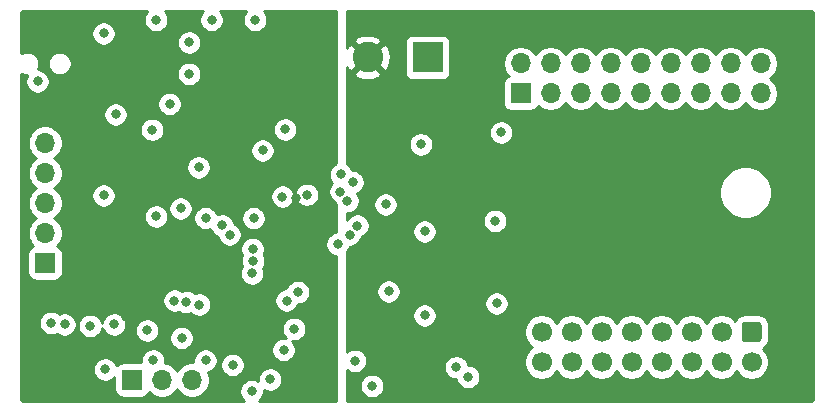
<source format=gbr>
%TF.GenerationSoftware,KiCad,Pcbnew,5.1.6-c6e7f7d~87~ubuntu20.04.1*%
%TF.CreationDate,2020-11-01T20:39:10-05:00*%
%TF.ProjectId,STM32 Driver v1,53544d33-3220-4447-9269-766572207631,rev?*%
%TF.SameCoordinates,Original*%
%TF.FileFunction,Copper,L3,Inr*%
%TF.FilePolarity,Positive*%
%FSLAX46Y46*%
G04 Gerber Fmt 4.6, Leading zero omitted, Abs format (unit mm)*
G04 Created by KiCad (PCBNEW 5.1.6-c6e7f7d~87~ubuntu20.04.1) date 2020-11-01 20:39:10*
%MOMM*%
%LPD*%
G01*
G04 APERTURE LIST*
%TA.AperFunction,ViaPad*%
%ADD10C,1.700000*%
%TD*%
%TA.AperFunction,ViaPad*%
%ADD11R,2.600000X2.600000*%
%TD*%
%TA.AperFunction,ViaPad*%
%ADD12C,2.600000*%
%TD*%
%TA.AperFunction,ViaPad*%
%ADD13R,1.700000X1.700000*%
%TD*%
%TA.AperFunction,ViaPad*%
%ADD14O,1.700000X1.700000*%
%TD*%
%TA.AperFunction,ViaPad*%
%ADD15C,0.800000*%
%TD*%
%TA.AperFunction,Conductor*%
%ADD16C,0.254000*%
%TD*%
G04 APERTURE END LIST*
D10*
%TO.N,GND*%
%TO.C,J3*%
X185928000Y-131953000D03*
%TO.N,LAT*%
X188468000Y-131953000D03*
%TO.N,D*%
X191008000Y-131953000D03*
%TO.N,B*%
X193548000Y-131953000D03*
%TO.N,E*%
X196088000Y-131953000D03*
%TO.N,G1*%
X198628000Y-131953000D03*
%TO.N,GND*%
X201168000Y-131953000D03*
%TO.N,G0*%
X203708000Y-131953000D03*
%TO.N,~OE*%
X185928000Y-129413000D03*
%TO.N,CLK*%
X188468000Y-129413000D03*
%TO.N,C*%
X191008000Y-129413000D03*
%TO.N,A*%
X193548000Y-129413000D03*
%TO.N,B1*%
X196088000Y-129413000D03*
%TO.N,R1*%
X198628000Y-129413000D03*
%TO.N,B0*%
X201168000Y-129413000D03*
%TO.N,R0*%
%TA.AperFunction,ViaPad*%
G36*
G01*
X203108000Y-128563000D02*
X204308000Y-128563000D01*
G75*
G02*
X204558000Y-128813000I0J-250000D01*
G01*
X204558000Y-130013000D01*
G75*
G02*
X204308000Y-130263000I-250000J0D01*
G01*
X203108000Y-130263000D01*
G75*
G02*
X202858000Y-130013000I0J250000D01*
G01*
X202858000Y-128813000D01*
G75*
G02*
X203108000Y-128563000I250000J0D01*
G01*
G37*
%TD.AperFunction*%
%TD*%
D11*
%TO.N,GND*%
%TO.C,J2*%
X176276000Y-106172000D03*
D12*
%TO.N,+5V*%
X171196000Y-106172000D03*
%TD*%
D13*
%TO.N,LED_0*%
%TO.C,J4*%
X184150000Y-109220000D03*
D14*
%TO.N,LED_CLK*%
X184150000Y-106680000D03*
%TO.N,LED_1*%
X186690000Y-109220000D03*
%TO.N,LED_CLK*%
X186690000Y-106680000D03*
%TO.N,LED_2*%
X189230000Y-109220000D03*
%TO.N,LED_CLK*%
X189230000Y-106680000D03*
%TO.N,LED_3*%
X191770000Y-109220000D03*
%TO.N,LED_CLK*%
X191770000Y-106680000D03*
%TO.N,LED_4*%
X194310000Y-109220000D03*
%TO.N,LED_CLK*%
X194310000Y-106680000D03*
%TO.N,LED_5*%
X196850000Y-109220000D03*
%TO.N,LED_CLK*%
X196850000Y-106680000D03*
%TO.N,LED_6*%
X199390000Y-109220000D03*
%TO.N,LED_CLK*%
X199390000Y-106680000D03*
%TO.N,LED_7*%
X201930000Y-109220000D03*
%TO.N,LED_CLK*%
X201930000Y-106680000D03*
%TO.N,LED_8*%
X204470000Y-109220000D03*
%TO.N,LED_CLK*%
X204470000Y-106680000D03*
%TD*%
D13*
%TO.N,GND*%
%TO.C,J5*%
X143891000Y-123571000D03*
D14*
%TO.N,SPI1_COPI*%
X143891000Y-121031000D03*
%TO.N,SPI1_CIPO*%
X143891000Y-118491000D03*
%TO.N,SPI1_SCK*%
X143891000Y-115951000D03*
%TO.N,SPI1_NCS*%
X143891000Y-113411000D03*
%TD*%
D13*
%TO.N,GND*%
%TO.C,J6*%
X151257000Y-133477000D03*
D14*
%TO.N,UART1_TX*%
X153797000Y-133477000D03*
%TO.N,UART1_RX*%
X156337000Y-133477000D03*
%TD*%
D15*
%TO.N,GND*%
X171577000Y-133985000D03*
X172974000Y-125984000D03*
X172720000Y-118618000D03*
X175701883Y-113520982D03*
X176022000Y-120904000D03*
X176022000Y-128016000D03*
X181991000Y-120015000D03*
X182499000Y-112522000D03*
X152960565Y-112290173D03*
X164211000Y-112268000D03*
X154432000Y-110109000D03*
X155369748Y-118945556D03*
X153289000Y-119634000D03*
X152527000Y-129286000D03*
X164973000Y-129159000D03*
X161544000Y-119771056D03*
X166048317Y-117792638D03*
X148844000Y-117856000D03*
X148844000Y-104140000D03*
X153289000Y-102997000D03*
X161671000Y-102997000D03*
X157988000Y-102997000D03*
X156083000Y-104902000D03*
X156083000Y-107569000D03*
X144399000Y-128651000D03*
X147701000Y-128905000D03*
X159766000Y-132207000D03*
X149733000Y-128778000D03*
X145542000Y-128778000D03*
X182118000Y-127000000D03*
X143256000Y-108204000D03*
X149860000Y-110998000D03*
X162306000Y-114046000D03*
%TO.N,+3V3*%
X152146000Y-113538000D03*
X162179000Y-115570000D03*
X165100000Y-118110000D03*
X163068000Y-129921000D03*
X148844000Y-119380000D03*
X153289000Y-108458000D03*
X152527000Y-107442000D03*
X153365000Y-106629000D03*
X142748000Y-128270000D03*
X150749000Y-128143000D03*
%TO.N,+5V*%
X178816000Y-111887000D03*
X178982934Y-119322010D03*
X178459523Y-126810127D03*
%TO.N,SWDIO*%
X157480000Y-131826000D03*
X153035000Y-131826000D03*
%TO.N,SWCLK*%
X164338000Y-126756952D03*
X164084000Y-130937000D03*
%TO.N,~RESET*%
X148971000Y-132588000D03*
X156883969Y-115468838D03*
%TO.N,LED_0*%
X179705000Y-133223000D03*
%TO.N,LED_CLK*%
X178689000Y-132399990D03*
%TO.N,PC3*%
X163984585Y-117958147D03*
X157480000Y-119762855D03*
%TO.N,PC4*%
X168923586Y-116072010D03*
X158877000Y-120396000D03*
%TO.N,PC5*%
X169926000Y-116722010D03*
X159517192Y-121164231D03*
%TO.N,PB0*%
X161456298Y-122384089D03*
X170330930Y-120405952D03*
%TO.N,PB1*%
X161504077Y-123382959D03*
X169676564Y-121162146D03*
%TO.N,PB2*%
X161417000Y-124460000D03*
X168656000Y-121981990D03*
%TO.N,PB14*%
X155448000Y-129921000D03*
X161372855Y-134426111D03*
%TO.N,PC6*%
X154836751Y-126748640D03*
X168893327Y-117523337D03*
%TO.N,PC7*%
X155829333Y-126872451D03*
X169485666Y-118329040D03*
%TO.N,PC8*%
X156933091Y-127089141D03*
X162940503Y-133424164D03*
%TO.N,PC10*%
X170116500Y-131850010D03*
X165286516Y-126044515D03*
%TD*%
D16*
%TO.N,+3V3*%
G36*
X152485063Y-102337226D02*
G01*
X152371795Y-102506744D01*
X152293774Y-102695102D01*
X152254000Y-102895061D01*
X152254000Y-103098939D01*
X152293774Y-103298898D01*
X152371795Y-103487256D01*
X152485063Y-103656774D01*
X152629226Y-103800937D01*
X152798744Y-103914205D01*
X152987102Y-103992226D01*
X153187061Y-104032000D01*
X153390939Y-104032000D01*
X153590898Y-103992226D01*
X153779256Y-103914205D01*
X153948774Y-103800937D01*
X154092937Y-103656774D01*
X154206205Y-103487256D01*
X154284226Y-103298898D01*
X154324000Y-103098939D01*
X154324000Y-102895061D01*
X154284226Y-102695102D01*
X154206205Y-102506744D01*
X154092937Y-102337226D01*
X154015711Y-102260000D01*
X157261289Y-102260000D01*
X157184063Y-102337226D01*
X157070795Y-102506744D01*
X156992774Y-102695102D01*
X156953000Y-102895061D01*
X156953000Y-103098939D01*
X156992774Y-103298898D01*
X157070795Y-103487256D01*
X157184063Y-103656774D01*
X157328226Y-103800937D01*
X157497744Y-103914205D01*
X157686102Y-103992226D01*
X157886061Y-104032000D01*
X158089939Y-104032000D01*
X158289898Y-103992226D01*
X158478256Y-103914205D01*
X158647774Y-103800937D01*
X158791937Y-103656774D01*
X158905205Y-103487256D01*
X158983226Y-103298898D01*
X159023000Y-103098939D01*
X159023000Y-102895061D01*
X158983226Y-102695102D01*
X158905205Y-102506744D01*
X158791937Y-102337226D01*
X158714711Y-102260000D01*
X160944289Y-102260000D01*
X160867063Y-102337226D01*
X160753795Y-102506744D01*
X160675774Y-102695102D01*
X160636000Y-102895061D01*
X160636000Y-103098939D01*
X160675774Y-103298898D01*
X160753795Y-103487256D01*
X160867063Y-103656774D01*
X161011226Y-103800937D01*
X161180744Y-103914205D01*
X161369102Y-103992226D01*
X161569061Y-104032000D01*
X161772939Y-104032000D01*
X161972898Y-103992226D01*
X162161256Y-103914205D01*
X162330774Y-103800937D01*
X162474937Y-103656774D01*
X162588205Y-103487256D01*
X162666226Y-103298898D01*
X162706000Y-103098939D01*
X162706000Y-102895061D01*
X162666226Y-102695102D01*
X162588205Y-102506744D01*
X162474937Y-102337226D01*
X162397711Y-102260000D01*
X168529000Y-102260000D01*
X168529000Y-115115177D01*
X168433330Y-115154805D01*
X168263812Y-115268073D01*
X168119649Y-115412236D01*
X168006381Y-115581754D01*
X167928360Y-115770112D01*
X167888586Y-115970071D01*
X167888586Y-116173949D01*
X167928360Y-116373908D01*
X168006381Y-116562266D01*
X168119649Y-116731784D01*
X168170409Y-116782544D01*
X168089390Y-116863563D01*
X167976122Y-117033081D01*
X167898101Y-117221439D01*
X167858327Y-117421398D01*
X167858327Y-117625276D01*
X167898101Y-117825235D01*
X167976122Y-118013593D01*
X168089390Y-118183111D01*
X168233553Y-118327274D01*
X168403071Y-118440542D01*
X168457013Y-118462885D01*
X168490440Y-118630938D01*
X168529000Y-118724029D01*
X168529000Y-120951975D01*
X168354102Y-120986764D01*
X168165744Y-121064785D01*
X167996226Y-121178053D01*
X167852063Y-121322216D01*
X167738795Y-121491734D01*
X167660774Y-121680092D01*
X167621000Y-121880051D01*
X167621000Y-122083929D01*
X167660774Y-122283888D01*
X167738795Y-122472246D01*
X167852063Y-122641764D01*
X167996226Y-122785927D01*
X168165744Y-122899195D01*
X168354102Y-122977216D01*
X168529000Y-123012005D01*
X168529000Y-135230000D01*
X162032677Y-135230000D01*
X162176792Y-135085885D01*
X162290060Y-134916367D01*
X162368081Y-134728009D01*
X162407855Y-134528050D01*
X162407855Y-134324172D01*
X162405302Y-134311338D01*
X162450247Y-134341369D01*
X162638605Y-134419390D01*
X162838564Y-134459164D01*
X163042442Y-134459164D01*
X163242401Y-134419390D01*
X163430759Y-134341369D01*
X163600277Y-134228101D01*
X163744440Y-134083938D01*
X163857708Y-133914420D01*
X163935729Y-133726062D01*
X163975503Y-133526103D01*
X163975503Y-133322225D01*
X163935729Y-133122266D01*
X163857708Y-132933908D01*
X163744440Y-132764390D01*
X163600277Y-132620227D01*
X163430759Y-132506959D01*
X163242401Y-132428938D01*
X163042442Y-132389164D01*
X162838564Y-132389164D01*
X162638605Y-132428938D01*
X162450247Y-132506959D01*
X162280729Y-132620227D01*
X162136566Y-132764390D01*
X162023298Y-132933908D01*
X161945277Y-133122266D01*
X161905503Y-133322225D01*
X161905503Y-133526103D01*
X161908056Y-133538937D01*
X161863111Y-133508906D01*
X161674753Y-133430885D01*
X161474794Y-133391111D01*
X161270916Y-133391111D01*
X161070957Y-133430885D01*
X160882599Y-133508906D01*
X160713081Y-133622174D01*
X160568918Y-133766337D01*
X160455650Y-133935855D01*
X160377629Y-134124213D01*
X160337855Y-134324172D01*
X160337855Y-134528050D01*
X160377629Y-134728009D01*
X160455650Y-134916367D01*
X160568918Y-135085885D01*
X160713033Y-135230000D01*
X142018277Y-135230000D01*
X141966805Y-135224953D01*
X141948337Y-135219377D01*
X141931307Y-135210322D01*
X141916357Y-135198129D01*
X141904061Y-135183266D01*
X141894889Y-135166303D01*
X141889183Y-135147871D01*
X141884000Y-135098554D01*
X141884000Y-132486061D01*
X147936000Y-132486061D01*
X147936000Y-132689939D01*
X147975774Y-132889898D01*
X148053795Y-133078256D01*
X148167063Y-133247774D01*
X148311226Y-133391937D01*
X148480744Y-133505205D01*
X148669102Y-133583226D01*
X148869061Y-133623000D01*
X149072939Y-133623000D01*
X149272898Y-133583226D01*
X149461256Y-133505205D01*
X149630774Y-133391937D01*
X149768928Y-133253783D01*
X149768928Y-134327000D01*
X149781188Y-134451482D01*
X149817498Y-134571180D01*
X149876463Y-134681494D01*
X149955815Y-134778185D01*
X150052506Y-134857537D01*
X150162820Y-134916502D01*
X150282518Y-134952812D01*
X150407000Y-134965072D01*
X152107000Y-134965072D01*
X152231482Y-134952812D01*
X152351180Y-134916502D01*
X152461494Y-134857537D01*
X152558185Y-134778185D01*
X152637537Y-134681494D01*
X152696502Y-134571180D01*
X152718513Y-134498620D01*
X152850368Y-134630475D01*
X153093589Y-134792990D01*
X153363842Y-134904932D01*
X153650740Y-134962000D01*
X153943260Y-134962000D01*
X154230158Y-134904932D01*
X154500411Y-134792990D01*
X154743632Y-134630475D01*
X154950475Y-134423632D01*
X155067000Y-134249240D01*
X155183525Y-134423632D01*
X155390368Y-134630475D01*
X155633589Y-134792990D01*
X155903842Y-134904932D01*
X156190740Y-134962000D01*
X156483260Y-134962000D01*
X156770158Y-134904932D01*
X157040411Y-134792990D01*
X157283632Y-134630475D01*
X157490475Y-134423632D01*
X157652990Y-134180411D01*
X157764932Y-133910158D01*
X157822000Y-133623260D01*
X157822000Y-133330740D01*
X157764932Y-133043842D01*
X157681032Y-132841289D01*
X157781898Y-132821226D01*
X157970256Y-132743205D01*
X158139774Y-132629937D01*
X158283937Y-132485774D01*
X158397205Y-132316256D01*
X158475226Y-132127898D01*
X158479768Y-132105061D01*
X158731000Y-132105061D01*
X158731000Y-132308939D01*
X158770774Y-132508898D01*
X158848795Y-132697256D01*
X158962063Y-132866774D01*
X159106226Y-133010937D01*
X159275744Y-133124205D01*
X159464102Y-133202226D01*
X159664061Y-133242000D01*
X159867939Y-133242000D01*
X160067898Y-133202226D01*
X160256256Y-133124205D01*
X160425774Y-133010937D01*
X160569937Y-132866774D01*
X160683205Y-132697256D01*
X160761226Y-132508898D01*
X160801000Y-132308939D01*
X160801000Y-132105061D01*
X160761226Y-131905102D01*
X160683205Y-131716744D01*
X160569937Y-131547226D01*
X160425774Y-131403063D01*
X160256256Y-131289795D01*
X160067898Y-131211774D01*
X159867939Y-131172000D01*
X159664061Y-131172000D01*
X159464102Y-131211774D01*
X159275744Y-131289795D01*
X159106226Y-131403063D01*
X158962063Y-131547226D01*
X158848795Y-131716744D01*
X158770774Y-131905102D01*
X158731000Y-132105061D01*
X158479768Y-132105061D01*
X158515000Y-131927939D01*
X158515000Y-131724061D01*
X158475226Y-131524102D01*
X158397205Y-131335744D01*
X158283937Y-131166226D01*
X158139774Y-131022063D01*
X157970256Y-130908795D01*
X157792248Y-130835061D01*
X163049000Y-130835061D01*
X163049000Y-131038939D01*
X163088774Y-131238898D01*
X163166795Y-131427256D01*
X163280063Y-131596774D01*
X163424226Y-131740937D01*
X163593744Y-131854205D01*
X163782102Y-131932226D01*
X163982061Y-131972000D01*
X164185939Y-131972000D01*
X164385898Y-131932226D01*
X164574256Y-131854205D01*
X164743774Y-131740937D01*
X164887937Y-131596774D01*
X165001205Y-131427256D01*
X165079226Y-131238898D01*
X165119000Y-131038939D01*
X165119000Y-130835061D01*
X165079226Y-130635102D01*
X165001205Y-130446744D01*
X164887937Y-130277226D01*
X164788236Y-130177525D01*
X164871061Y-130194000D01*
X165074939Y-130194000D01*
X165274898Y-130154226D01*
X165463256Y-130076205D01*
X165632774Y-129962937D01*
X165776937Y-129818774D01*
X165890205Y-129649256D01*
X165968226Y-129460898D01*
X166008000Y-129260939D01*
X166008000Y-129057061D01*
X165968226Y-128857102D01*
X165890205Y-128668744D01*
X165776937Y-128499226D01*
X165632774Y-128355063D01*
X165463256Y-128241795D01*
X165274898Y-128163774D01*
X165074939Y-128124000D01*
X164871061Y-128124000D01*
X164671102Y-128163774D01*
X164482744Y-128241795D01*
X164313226Y-128355063D01*
X164169063Y-128499226D01*
X164055795Y-128668744D01*
X163977774Y-128857102D01*
X163938000Y-129057061D01*
X163938000Y-129260939D01*
X163977774Y-129460898D01*
X164055795Y-129649256D01*
X164169063Y-129818774D01*
X164268764Y-129918475D01*
X164185939Y-129902000D01*
X163982061Y-129902000D01*
X163782102Y-129941774D01*
X163593744Y-130019795D01*
X163424226Y-130133063D01*
X163280063Y-130277226D01*
X163166795Y-130446744D01*
X163088774Y-130635102D01*
X163049000Y-130835061D01*
X157792248Y-130835061D01*
X157781898Y-130830774D01*
X157581939Y-130791000D01*
X157378061Y-130791000D01*
X157178102Y-130830774D01*
X156989744Y-130908795D01*
X156820226Y-131022063D01*
X156676063Y-131166226D01*
X156562795Y-131335744D01*
X156484774Y-131524102D01*
X156445000Y-131724061D01*
X156445000Y-131927939D01*
X156457742Y-131992000D01*
X156190740Y-131992000D01*
X155903842Y-132049068D01*
X155633589Y-132161010D01*
X155390368Y-132323525D01*
X155183525Y-132530368D01*
X155067000Y-132704760D01*
X154950475Y-132530368D01*
X154743632Y-132323525D01*
X154500411Y-132161010D01*
X154230158Y-132049068D01*
X154052919Y-132013813D01*
X154070000Y-131927939D01*
X154070000Y-131724061D01*
X154030226Y-131524102D01*
X153952205Y-131335744D01*
X153838937Y-131166226D01*
X153694774Y-131022063D01*
X153525256Y-130908795D01*
X153336898Y-130830774D01*
X153136939Y-130791000D01*
X152933061Y-130791000D01*
X152733102Y-130830774D01*
X152544744Y-130908795D01*
X152375226Y-131022063D01*
X152231063Y-131166226D01*
X152117795Y-131335744D01*
X152039774Y-131524102D01*
X152000000Y-131724061D01*
X152000000Y-131927939D01*
X152012131Y-131988928D01*
X150407000Y-131988928D01*
X150282518Y-132001188D01*
X150162820Y-132037498D01*
X150052506Y-132096463D01*
X149955815Y-132175815D01*
X149932374Y-132204378D01*
X149888205Y-132097744D01*
X149774937Y-131928226D01*
X149630774Y-131784063D01*
X149461256Y-131670795D01*
X149272898Y-131592774D01*
X149072939Y-131553000D01*
X148869061Y-131553000D01*
X148669102Y-131592774D01*
X148480744Y-131670795D01*
X148311226Y-131784063D01*
X148167063Y-131928226D01*
X148053795Y-132097744D01*
X147975774Y-132286102D01*
X147936000Y-132486061D01*
X141884000Y-132486061D01*
X141884000Y-128549061D01*
X143364000Y-128549061D01*
X143364000Y-128752939D01*
X143403774Y-128952898D01*
X143481795Y-129141256D01*
X143595063Y-129310774D01*
X143739226Y-129454937D01*
X143908744Y-129568205D01*
X144097102Y-129646226D01*
X144297061Y-129686000D01*
X144500939Y-129686000D01*
X144700898Y-129646226D01*
X144874575Y-129574286D01*
X144882226Y-129581937D01*
X145051744Y-129695205D01*
X145240102Y-129773226D01*
X145440061Y-129813000D01*
X145643939Y-129813000D01*
X145843898Y-129773226D01*
X146032256Y-129695205D01*
X146201774Y-129581937D01*
X146345937Y-129437774D01*
X146459205Y-129268256D01*
X146537226Y-129079898D01*
X146577000Y-128879939D01*
X146577000Y-128803061D01*
X146666000Y-128803061D01*
X146666000Y-129006939D01*
X146705774Y-129206898D01*
X146783795Y-129395256D01*
X146897063Y-129564774D01*
X147041226Y-129708937D01*
X147210744Y-129822205D01*
X147399102Y-129900226D01*
X147599061Y-129940000D01*
X147802939Y-129940000D01*
X148002898Y-129900226D01*
X148191256Y-129822205D01*
X148360774Y-129708937D01*
X148504937Y-129564774D01*
X148618205Y-129395256D01*
X148696226Y-129206898D01*
X148729631Y-129038959D01*
X148737774Y-129079898D01*
X148815795Y-129268256D01*
X148929063Y-129437774D01*
X149073226Y-129581937D01*
X149242744Y-129695205D01*
X149431102Y-129773226D01*
X149631061Y-129813000D01*
X149834939Y-129813000D01*
X150034898Y-129773226D01*
X150223256Y-129695205D01*
X150392774Y-129581937D01*
X150536937Y-129437774D01*
X150650205Y-129268256D01*
X150685079Y-129184061D01*
X151492000Y-129184061D01*
X151492000Y-129387939D01*
X151531774Y-129587898D01*
X151609795Y-129776256D01*
X151723063Y-129945774D01*
X151867226Y-130089937D01*
X152036744Y-130203205D01*
X152225102Y-130281226D01*
X152425061Y-130321000D01*
X152628939Y-130321000D01*
X152828898Y-130281226D01*
X153017256Y-130203205D01*
X153186774Y-130089937D01*
X153330937Y-129945774D01*
X153415603Y-129819061D01*
X154413000Y-129819061D01*
X154413000Y-130022939D01*
X154452774Y-130222898D01*
X154530795Y-130411256D01*
X154644063Y-130580774D01*
X154788226Y-130724937D01*
X154957744Y-130838205D01*
X155146102Y-130916226D01*
X155346061Y-130956000D01*
X155549939Y-130956000D01*
X155749898Y-130916226D01*
X155938256Y-130838205D01*
X156107774Y-130724937D01*
X156251937Y-130580774D01*
X156365205Y-130411256D01*
X156443226Y-130222898D01*
X156483000Y-130022939D01*
X156483000Y-129819061D01*
X156443226Y-129619102D01*
X156365205Y-129430744D01*
X156251937Y-129261226D01*
X156107774Y-129117063D01*
X155938256Y-129003795D01*
X155749898Y-128925774D01*
X155549939Y-128886000D01*
X155346061Y-128886000D01*
X155146102Y-128925774D01*
X154957744Y-129003795D01*
X154788226Y-129117063D01*
X154644063Y-129261226D01*
X154530795Y-129430744D01*
X154452774Y-129619102D01*
X154413000Y-129819061D01*
X153415603Y-129819061D01*
X153444205Y-129776256D01*
X153522226Y-129587898D01*
X153562000Y-129387939D01*
X153562000Y-129184061D01*
X153522226Y-128984102D01*
X153444205Y-128795744D01*
X153330937Y-128626226D01*
X153186774Y-128482063D01*
X153017256Y-128368795D01*
X152828898Y-128290774D01*
X152628939Y-128251000D01*
X152425061Y-128251000D01*
X152225102Y-128290774D01*
X152036744Y-128368795D01*
X151867226Y-128482063D01*
X151723063Y-128626226D01*
X151609795Y-128795744D01*
X151531774Y-128984102D01*
X151492000Y-129184061D01*
X150685079Y-129184061D01*
X150728226Y-129079898D01*
X150768000Y-128879939D01*
X150768000Y-128676061D01*
X150728226Y-128476102D01*
X150650205Y-128287744D01*
X150536937Y-128118226D01*
X150392774Y-127974063D01*
X150223256Y-127860795D01*
X150034898Y-127782774D01*
X149834939Y-127743000D01*
X149631061Y-127743000D01*
X149431102Y-127782774D01*
X149242744Y-127860795D01*
X149073226Y-127974063D01*
X148929063Y-128118226D01*
X148815795Y-128287744D01*
X148737774Y-128476102D01*
X148704369Y-128644041D01*
X148696226Y-128603102D01*
X148618205Y-128414744D01*
X148504937Y-128245226D01*
X148360774Y-128101063D01*
X148191256Y-127987795D01*
X148002898Y-127909774D01*
X147802939Y-127870000D01*
X147599061Y-127870000D01*
X147399102Y-127909774D01*
X147210744Y-127987795D01*
X147041226Y-128101063D01*
X146897063Y-128245226D01*
X146783795Y-128414744D01*
X146705774Y-128603102D01*
X146666000Y-128803061D01*
X146577000Y-128803061D01*
X146577000Y-128676061D01*
X146537226Y-128476102D01*
X146459205Y-128287744D01*
X146345937Y-128118226D01*
X146201774Y-127974063D01*
X146032256Y-127860795D01*
X145843898Y-127782774D01*
X145643939Y-127743000D01*
X145440061Y-127743000D01*
X145240102Y-127782774D01*
X145066425Y-127854714D01*
X145058774Y-127847063D01*
X144889256Y-127733795D01*
X144700898Y-127655774D01*
X144500939Y-127616000D01*
X144297061Y-127616000D01*
X144097102Y-127655774D01*
X143908744Y-127733795D01*
X143739226Y-127847063D01*
X143595063Y-127991226D01*
X143481795Y-128160744D01*
X143403774Y-128349102D01*
X143364000Y-128549061D01*
X141884000Y-128549061D01*
X141884000Y-126646701D01*
X153801751Y-126646701D01*
X153801751Y-126850579D01*
X153841525Y-127050538D01*
X153919546Y-127238896D01*
X154032814Y-127408414D01*
X154176977Y-127552577D01*
X154346495Y-127665845D01*
X154534853Y-127743866D01*
X154734812Y-127783640D01*
X154938690Y-127783640D01*
X155138649Y-127743866D01*
X155220072Y-127710139D01*
X155339077Y-127789656D01*
X155527435Y-127867677D01*
X155727394Y-127907451D01*
X155931272Y-127907451D01*
X156131231Y-127867677D01*
X156213740Y-127833501D01*
X156273317Y-127893078D01*
X156442835Y-128006346D01*
X156631193Y-128084367D01*
X156831152Y-128124141D01*
X157035030Y-128124141D01*
X157234989Y-128084367D01*
X157423347Y-128006346D01*
X157592865Y-127893078D01*
X157737028Y-127748915D01*
X157850296Y-127579397D01*
X157928317Y-127391039D01*
X157968091Y-127191080D01*
X157968091Y-126987202D01*
X157928317Y-126787243D01*
X157873546Y-126655013D01*
X163303000Y-126655013D01*
X163303000Y-126858891D01*
X163342774Y-127058850D01*
X163420795Y-127247208D01*
X163534063Y-127416726D01*
X163678226Y-127560889D01*
X163847744Y-127674157D01*
X164036102Y-127752178D01*
X164236061Y-127791952D01*
X164439939Y-127791952D01*
X164639898Y-127752178D01*
X164828256Y-127674157D01*
X164997774Y-127560889D01*
X165141937Y-127416726D01*
X165255205Y-127247208D01*
X165324666Y-127079515D01*
X165388455Y-127079515D01*
X165588414Y-127039741D01*
X165776772Y-126961720D01*
X165946290Y-126848452D01*
X166090453Y-126704289D01*
X166203721Y-126534771D01*
X166281742Y-126346413D01*
X166321516Y-126146454D01*
X166321516Y-125942576D01*
X166281742Y-125742617D01*
X166203721Y-125554259D01*
X166090453Y-125384741D01*
X165946290Y-125240578D01*
X165776772Y-125127310D01*
X165588414Y-125049289D01*
X165388455Y-125009515D01*
X165184577Y-125009515D01*
X164984618Y-125049289D01*
X164796260Y-125127310D01*
X164626742Y-125240578D01*
X164482579Y-125384741D01*
X164369311Y-125554259D01*
X164299850Y-125721952D01*
X164236061Y-125721952D01*
X164036102Y-125761726D01*
X163847744Y-125839747D01*
X163678226Y-125953015D01*
X163534063Y-126097178D01*
X163420795Y-126266696D01*
X163342774Y-126455054D01*
X163303000Y-126655013D01*
X157873546Y-126655013D01*
X157850296Y-126598885D01*
X157737028Y-126429367D01*
X157592865Y-126285204D01*
X157423347Y-126171936D01*
X157234989Y-126093915D01*
X157035030Y-126054141D01*
X156831152Y-126054141D01*
X156631193Y-126093915D01*
X156548684Y-126128091D01*
X156489107Y-126068514D01*
X156319589Y-125955246D01*
X156131231Y-125877225D01*
X155931272Y-125837451D01*
X155727394Y-125837451D01*
X155527435Y-125877225D01*
X155446012Y-125910952D01*
X155327007Y-125831435D01*
X155138649Y-125753414D01*
X154938690Y-125713640D01*
X154734812Y-125713640D01*
X154534853Y-125753414D01*
X154346495Y-125831435D01*
X154176977Y-125944703D01*
X154032814Y-126088866D01*
X153919546Y-126258384D01*
X153841525Y-126446742D01*
X153801751Y-126646701D01*
X141884000Y-126646701D01*
X141884000Y-122721000D01*
X142402928Y-122721000D01*
X142402928Y-124421000D01*
X142415188Y-124545482D01*
X142451498Y-124665180D01*
X142510463Y-124775494D01*
X142589815Y-124872185D01*
X142686506Y-124951537D01*
X142796820Y-125010502D01*
X142916518Y-125046812D01*
X143041000Y-125059072D01*
X144741000Y-125059072D01*
X144865482Y-125046812D01*
X144985180Y-125010502D01*
X145095494Y-124951537D01*
X145192185Y-124872185D01*
X145271537Y-124775494D01*
X145330502Y-124665180D01*
X145366812Y-124545482D01*
X145379072Y-124421000D01*
X145379072Y-124358061D01*
X160382000Y-124358061D01*
X160382000Y-124561939D01*
X160421774Y-124761898D01*
X160499795Y-124950256D01*
X160613063Y-125119774D01*
X160757226Y-125263937D01*
X160926744Y-125377205D01*
X161115102Y-125455226D01*
X161315061Y-125495000D01*
X161518939Y-125495000D01*
X161718898Y-125455226D01*
X161907256Y-125377205D01*
X162076774Y-125263937D01*
X162220937Y-125119774D01*
X162334205Y-124950256D01*
X162412226Y-124761898D01*
X162452000Y-124561939D01*
X162452000Y-124358061D01*
X162412226Y-124158102D01*
X162342845Y-123990604D01*
X162421282Y-123873215D01*
X162499303Y-123684857D01*
X162539077Y-123484898D01*
X162539077Y-123281020D01*
X162499303Y-123081061D01*
X162421282Y-122892703D01*
X162387093Y-122841536D01*
X162451524Y-122685987D01*
X162491298Y-122486028D01*
X162491298Y-122282150D01*
X162451524Y-122082191D01*
X162373503Y-121893833D01*
X162260235Y-121724315D01*
X162116072Y-121580152D01*
X161946554Y-121466884D01*
X161758196Y-121388863D01*
X161558237Y-121349089D01*
X161354359Y-121349089D01*
X161154400Y-121388863D01*
X160966042Y-121466884D01*
X160796524Y-121580152D01*
X160652361Y-121724315D01*
X160539093Y-121893833D01*
X160461072Y-122082191D01*
X160421298Y-122282150D01*
X160421298Y-122486028D01*
X160461072Y-122685987D01*
X160539093Y-122874345D01*
X160573282Y-122925512D01*
X160508851Y-123081061D01*
X160469077Y-123281020D01*
X160469077Y-123484898D01*
X160508851Y-123684857D01*
X160578232Y-123852355D01*
X160499795Y-123969744D01*
X160421774Y-124158102D01*
X160382000Y-124358061D01*
X145379072Y-124358061D01*
X145379072Y-122721000D01*
X145366812Y-122596518D01*
X145330502Y-122476820D01*
X145271537Y-122366506D01*
X145192185Y-122269815D01*
X145095494Y-122190463D01*
X144985180Y-122131498D01*
X144912620Y-122109487D01*
X145044475Y-121977632D01*
X145206990Y-121734411D01*
X145318932Y-121464158D01*
X145376000Y-121177260D01*
X145376000Y-120884740D01*
X145318932Y-120597842D01*
X145206990Y-120327589D01*
X145044475Y-120084368D01*
X144837632Y-119877525D01*
X144663240Y-119761000D01*
X144837632Y-119644475D01*
X144950046Y-119532061D01*
X152254000Y-119532061D01*
X152254000Y-119735939D01*
X152293774Y-119935898D01*
X152371795Y-120124256D01*
X152485063Y-120293774D01*
X152629226Y-120437937D01*
X152798744Y-120551205D01*
X152987102Y-120629226D01*
X153187061Y-120669000D01*
X153390939Y-120669000D01*
X153590898Y-120629226D01*
X153779256Y-120551205D01*
X153948774Y-120437937D01*
X154092937Y-120293774D01*
X154206205Y-120124256D01*
X154284226Y-119935898D01*
X154324000Y-119735939D01*
X154324000Y-119532061D01*
X154284226Y-119332102D01*
X154206205Y-119143744D01*
X154092937Y-118974226D01*
X153962328Y-118843617D01*
X154334748Y-118843617D01*
X154334748Y-119047495D01*
X154374522Y-119247454D01*
X154452543Y-119435812D01*
X154565811Y-119605330D01*
X154709974Y-119749493D01*
X154879492Y-119862761D01*
X155067850Y-119940782D01*
X155267809Y-119980556D01*
X155471687Y-119980556D01*
X155671646Y-119940782D01*
X155860004Y-119862761D01*
X156029522Y-119749493D01*
X156118099Y-119660916D01*
X156445000Y-119660916D01*
X156445000Y-119864794D01*
X156484774Y-120064753D01*
X156562795Y-120253111D01*
X156676063Y-120422629D01*
X156820226Y-120566792D01*
X156989744Y-120680060D01*
X157178102Y-120758081D01*
X157378061Y-120797855D01*
X157581939Y-120797855D01*
X157781898Y-120758081D01*
X157888425Y-120713956D01*
X157959795Y-120886256D01*
X158073063Y-121055774D01*
X158217226Y-121199937D01*
X158386744Y-121313205D01*
X158500958Y-121360514D01*
X158521966Y-121466129D01*
X158599987Y-121654487D01*
X158713255Y-121824005D01*
X158857418Y-121968168D01*
X159026936Y-122081436D01*
X159215294Y-122159457D01*
X159415253Y-122199231D01*
X159619131Y-122199231D01*
X159819090Y-122159457D01*
X160007448Y-122081436D01*
X160176966Y-121968168D01*
X160321129Y-121824005D01*
X160434397Y-121654487D01*
X160512418Y-121466129D01*
X160552192Y-121266170D01*
X160552192Y-121062292D01*
X160512418Y-120862333D01*
X160434397Y-120673975D01*
X160321129Y-120504457D01*
X160176966Y-120360294D01*
X160007448Y-120247026D01*
X159893234Y-120199717D01*
X159872226Y-120094102D01*
X159794205Y-119905744D01*
X159680937Y-119736226D01*
X159613828Y-119669117D01*
X160509000Y-119669117D01*
X160509000Y-119872995D01*
X160548774Y-120072954D01*
X160626795Y-120261312D01*
X160740063Y-120430830D01*
X160884226Y-120574993D01*
X161053744Y-120688261D01*
X161242102Y-120766282D01*
X161442061Y-120806056D01*
X161645939Y-120806056D01*
X161845898Y-120766282D01*
X162034256Y-120688261D01*
X162203774Y-120574993D01*
X162347937Y-120430830D01*
X162461205Y-120261312D01*
X162539226Y-120072954D01*
X162579000Y-119872995D01*
X162579000Y-119669117D01*
X162539226Y-119469158D01*
X162461205Y-119280800D01*
X162347937Y-119111282D01*
X162203774Y-118967119D01*
X162034256Y-118853851D01*
X161845898Y-118775830D01*
X161645939Y-118736056D01*
X161442061Y-118736056D01*
X161242102Y-118775830D01*
X161053744Y-118853851D01*
X160884226Y-118967119D01*
X160740063Y-119111282D01*
X160626795Y-119280800D01*
X160548774Y-119469158D01*
X160509000Y-119669117D01*
X159613828Y-119669117D01*
X159536774Y-119592063D01*
X159367256Y-119478795D01*
X159178898Y-119400774D01*
X158978939Y-119361000D01*
X158775061Y-119361000D01*
X158575102Y-119400774D01*
X158468575Y-119444899D01*
X158397205Y-119272599D01*
X158283937Y-119103081D01*
X158139774Y-118958918D01*
X157970256Y-118845650D01*
X157781898Y-118767629D01*
X157581939Y-118727855D01*
X157378061Y-118727855D01*
X157178102Y-118767629D01*
X156989744Y-118845650D01*
X156820226Y-118958918D01*
X156676063Y-119103081D01*
X156562795Y-119272599D01*
X156484774Y-119460957D01*
X156445000Y-119660916D01*
X156118099Y-119660916D01*
X156173685Y-119605330D01*
X156286953Y-119435812D01*
X156364974Y-119247454D01*
X156404748Y-119047495D01*
X156404748Y-118843617D01*
X156364974Y-118643658D01*
X156286953Y-118455300D01*
X156173685Y-118285782D01*
X156029522Y-118141619D01*
X155860004Y-118028351D01*
X155671646Y-117950330D01*
X155471687Y-117910556D01*
X155267809Y-117910556D01*
X155067850Y-117950330D01*
X154879492Y-118028351D01*
X154709974Y-118141619D01*
X154565811Y-118285782D01*
X154452543Y-118455300D01*
X154374522Y-118643658D01*
X154334748Y-118843617D01*
X153962328Y-118843617D01*
X153948774Y-118830063D01*
X153779256Y-118716795D01*
X153590898Y-118638774D01*
X153390939Y-118599000D01*
X153187061Y-118599000D01*
X152987102Y-118638774D01*
X152798744Y-118716795D01*
X152629226Y-118830063D01*
X152485063Y-118974226D01*
X152371795Y-119143744D01*
X152293774Y-119332102D01*
X152254000Y-119532061D01*
X144950046Y-119532061D01*
X145044475Y-119437632D01*
X145206990Y-119194411D01*
X145318932Y-118924158D01*
X145376000Y-118637260D01*
X145376000Y-118344740D01*
X145318932Y-118057842D01*
X145206990Y-117787589D01*
X145184588Y-117754061D01*
X147809000Y-117754061D01*
X147809000Y-117957939D01*
X147848774Y-118157898D01*
X147926795Y-118346256D01*
X148040063Y-118515774D01*
X148184226Y-118659937D01*
X148353744Y-118773205D01*
X148542102Y-118851226D01*
X148742061Y-118891000D01*
X148945939Y-118891000D01*
X149145898Y-118851226D01*
X149334256Y-118773205D01*
X149503774Y-118659937D01*
X149647937Y-118515774D01*
X149761205Y-118346256D01*
X149839226Y-118157898D01*
X149879000Y-117957939D01*
X149879000Y-117856208D01*
X162949585Y-117856208D01*
X162949585Y-118060086D01*
X162989359Y-118260045D01*
X163067380Y-118448403D01*
X163180648Y-118617921D01*
X163324811Y-118762084D01*
X163494329Y-118875352D01*
X163682687Y-118953373D01*
X163882646Y-118993147D01*
X164086524Y-118993147D01*
X164286483Y-118953373D01*
X164474841Y-118875352D01*
X164644359Y-118762084D01*
X164788522Y-118617921D01*
X164901790Y-118448403D01*
X164979811Y-118260045D01*
X165019585Y-118060086D01*
X165019585Y-117926089D01*
X165053091Y-118094536D01*
X165131112Y-118282894D01*
X165244380Y-118452412D01*
X165388543Y-118596575D01*
X165558061Y-118709843D01*
X165746419Y-118787864D01*
X165946378Y-118827638D01*
X166150256Y-118827638D01*
X166350215Y-118787864D01*
X166538573Y-118709843D01*
X166708091Y-118596575D01*
X166852254Y-118452412D01*
X166965522Y-118282894D01*
X167043543Y-118094536D01*
X167083317Y-117894577D01*
X167083317Y-117690699D01*
X167043543Y-117490740D01*
X166965522Y-117302382D01*
X166852254Y-117132864D01*
X166708091Y-116988701D01*
X166538573Y-116875433D01*
X166350215Y-116797412D01*
X166150256Y-116757638D01*
X165946378Y-116757638D01*
X165746419Y-116797412D01*
X165558061Y-116875433D01*
X165388543Y-116988701D01*
X165244380Y-117132864D01*
X165131112Y-117302382D01*
X165053091Y-117490740D01*
X165013317Y-117690699D01*
X165013317Y-117824696D01*
X164979811Y-117656249D01*
X164901790Y-117467891D01*
X164788522Y-117298373D01*
X164644359Y-117154210D01*
X164474841Y-117040942D01*
X164286483Y-116962921D01*
X164086524Y-116923147D01*
X163882646Y-116923147D01*
X163682687Y-116962921D01*
X163494329Y-117040942D01*
X163324811Y-117154210D01*
X163180648Y-117298373D01*
X163067380Y-117467891D01*
X162989359Y-117656249D01*
X162949585Y-117856208D01*
X149879000Y-117856208D01*
X149879000Y-117754061D01*
X149839226Y-117554102D01*
X149761205Y-117365744D01*
X149647937Y-117196226D01*
X149503774Y-117052063D01*
X149334256Y-116938795D01*
X149145898Y-116860774D01*
X148945939Y-116821000D01*
X148742061Y-116821000D01*
X148542102Y-116860774D01*
X148353744Y-116938795D01*
X148184226Y-117052063D01*
X148040063Y-117196226D01*
X147926795Y-117365744D01*
X147848774Y-117554102D01*
X147809000Y-117754061D01*
X145184588Y-117754061D01*
X145044475Y-117544368D01*
X144837632Y-117337525D01*
X144663240Y-117221000D01*
X144837632Y-117104475D01*
X145044475Y-116897632D01*
X145206990Y-116654411D01*
X145318932Y-116384158D01*
X145376000Y-116097260D01*
X145376000Y-115804740D01*
X145318932Y-115517842D01*
X145256410Y-115366899D01*
X155848969Y-115366899D01*
X155848969Y-115570777D01*
X155888743Y-115770736D01*
X155966764Y-115959094D01*
X156080032Y-116128612D01*
X156224195Y-116272775D01*
X156393713Y-116386043D01*
X156582071Y-116464064D01*
X156782030Y-116503838D01*
X156985908Y-116503838D01*
X157185867Y-116464064D01*
X157374225Y-116386043D01*
X157543743Y-116272775D01*
X157687906Y-116128612D01*
X157801174Y-115959094D01*
X157879195Y-115770736D01*
X157918969Y-115570777D01*
X157918969Y-115366899D01*
X157879195Y-115166940D01*
X157801174Y-114978582D01*
X157687906Y-114809064D01*
X157543743Y-114664901D01*
X157374225Y-114551633D01*
X157185867Y-114473612D01*
X156985908Y-114433838D01*
X156782030Y-114433838D01*
X156582071Y-114473612D01*
X156393713Y-114551633D01*
X156224195Y-114664901D01*
X156080032Y-114809064D01*
X155966764Y-114978582D01*
X155888743Y-115166940D01*
X155848969Y-115366899D01*
X145256410Y-115366899D01*
X145206990Y-115247589D01*
X145044475Y-115004368D01*
X144837632Y-114797525D01*
X144663240Y-114681000D01*
X144837632Y-114564475D01*
X145044475Y-114357632D01*
X145206990Y-114114411D01*
X145277550Y-113944061D01*
X161271000Y-113944061D01*
X161271000Y-114147939D01*
X161310774Y-114347898D01*
X161388795Y-114536256D01*
X161502063Y-114705774D01*
X161646226Y-114849937D01*
X161815744Y-114963205D01*
X162004102Y-115041226D01*
X162204061Y-115081000D01*
X162407939Y-115081000D01*
X162607898Y-115041226D01*
X162796256Y-114963205D01*
X162965774Y-114849937D01*
X163109937Y-114705774D01*
X163223205Y-114536256D01*
X163301226Y-114347898D01*
X163341000Y-114147939D01*
X163341000Y-113944061D01*
X163301226Y-113744102D01*
X163223205Y-113555744D01*
X163109937Y-113386226D01*
X162965774Y-113242063D01*
X162796256Y-113128795D01*
X162607898Y-113050774D01*
X162407939Y-113011000D01*
X162204061Y-113011000D01*
X162004102Y-113050774D01*
X161815744Y-113128795D01*
X161646226Y-113242063D01*
X161502063Y-113386226D01*
X161388795Y-113555744D01*
X161310774Y-113744102D01*
X161271000Y-113944061D01*
X145277550Y-113944061D01*
X145318932Y-113844158D01*
X145376000Y-113557260D01*
X145376000Y-113264740D01*
X145318932Y-112977842D01*
X145206990Y-112707589D01*
X145044475Y-112464368D01*
X144837632Y-112257525D01*
X144733931Y-112188234D01*
X151925565Y-112188234D01*
X151925565Y-112392112D01*
X151965339Y-112592071D01*
X152043360Y-112780429D01*
X152156628Y-112949947D01*
X152300791Y-113094110D01*
X152470309Y-113207378D01*
X152658667Y-113285399D01*
X152858626Y-113325173D01*
X153062504Y-113325173D01*
X153262463Y-113285399D01*
X153450821Y-113207378D01*
X153620339Y-113094110D01*
X153764502Y-112949947D01*
X153877770Y-112780429D01*
X153955791Y-112592071D01*
X153995565Y-112392112D01*
X153995565Y-112188234D01*
X153991155Y-112166061D01*
X163176000Y-112166061D01*
X163176000Y-112369939D01*
X163215774Y-112569898D01*
X163293795Y-112758256D01*
X163407063Y-112927774D01*
X163551226Y-113071937D01*
X163720744Y-113185205D01*
X163909102Y-113263226D01*
X164109061Y-113303000D01*
X164312939Y-113303000D01*
X164512898Y-113263226D01*
X164701256Y-113185205D01*
X164870774Y-113071937D01*
X165014937Y-112927774D01*
X165128205Y-112758256D01*
X165206226Y-112569898D01*
X165246000Y-112369939D01*
X165246000Y-112166061D01*
X165206226Y-111966102D01*
X165128205Y-111777744D01*
X165014937Y-111608226D01*
X164870774Y-111464063D01*
X164701256Y-111350795D01*
X164512898Y-111272774D01*
X164312939Y-111233000D01*
X164109061Y-111233000D01*
X163909102Y-111272774D01*
X163720744Y-111350795D01*
X163551226Y-111464063D01*
X163407063Y-111608226D01*
X163293795Y-111777744D01*
X163215774Y-111966102D01*
X163176000Y-112166061D01*
X153991155Y-112166061D01*
X153955791Y-111988275D01*
X153877770Y-111799917D01*
X153764502Y-111630399D01*
X153620339Y-111486236D01*
X153450821Y-111372968D01*
X153262463Y-111294947D01*
X153062504Y-111255173D01*
X152858626Y-111255173D01*
X152658667Y-111294947D01*
X152470309Y-111372968D01*
X152300791Y-111486236D01*
X152156628Y-111630399D01*
X152043360Y-111799917D01*
X151965339Y-111988275D01*
X151925565Y-112188234D01*
X144733931Y-112188234D01*
X144594411Y-112095010D01*
X144324158Y-111983068D01*
X144037260Y-111926000D01*
X143744740Y-111926000D01*
X143457842Y-111983068D01*
X143187589Y-112095010D01*
X142944368Y-112257525D01*
X142737525Y-112464368D01*
X142575010Y-112707589D01*
X142463068Y-112977842D01*
X142406000Y-113264740D01*
X142406000Y-113557260D01*
X142463068Y-113844158D01*
X142575010Y-114114411D01*
X142737525Y-114357632D01*
X142944368Y-114564475D01*
X143118760Y-114681000D01*
X142944368Y-114797525D01*
X142737525Y-115004368D01*
X142575010Y-115247589D01*
X142463068Y-115517842D01*
X142406000Y-115804740D01*
X142406000Y-116097260D01*
X142463068Y-116384158D01*
X142575010Y-116654411D01*
X142737525Y-116897632D01*
X142944368Y-117104475D01*
X143118760Y-117221000D01*
X142944368Y-117337525D01*
X142737525Y-117544368D01*
X142575010Y-117787589D01*
X142463068Y-118057842D01*
X142406000Y-118344740D01*
X142406000Y-118637260D01*
X142463068Y-118924158D01*
X142575010Y-119194411D01*
X142737525Y-119437632D01*
X142944368Y-119644475D01*
X143118760Y-119761000D01*
X142944368Y-119877525D01*
X142737525Y-120084368D01*
X142575010Y-120327589D01*
X142463068Y-120597842D01*
X142406000Y-120884740D01*
X142406000Y-121177260D01*
X142463068Y-121464158D01*
X142575010Y-121734411D01*
X142737525Y-121977632D01*
X142869380Y-122109487D01*
X142796820Y-122131498D01*
X142686506Y-122190463D01*
X142589815Y-122269815D01*
X142510463Y-122366506D01*
X142451498Y-122476820D01*
X142415188Y-122596518D01*
X142402928Y-122721000D01*
X141884000Y-122721000D01*
X141884000Y-110896061D01*
X148825000Y-110896061D01*
X148825000Y-111099939D01*
X148864774Y-111299898D01*
X148942795Y-111488256D01*
X149056063Y-111657774D01*
X149200226Y-111801937D01*
X149369744Y-111915205D01*
X149558102Y-111993226D01*
X149758061Y-112033000D01*
X149961939Y-112033000D01*
X150161898Y-111993226D01*
X150350256Y-111915205D01*
X150519774Y-111801937D01*
X150663937Y-111657774D01*
X150777205Y-111488256D01*
X150855226Y-111299898D01*
X150895000Y-111099939D01*
X150895000Y-110896061D01*
X150855226Y-110696102D01*
X150777205Y-110507744D01*
X150663937Y-110338226D01*
X150519774Y-110194063D01*
X150350256Y-110080795D01*
X150172248Y-110007061D01*
X153397000Y-110007061D01*
X153397000Y-110210939D01*
X153436774Y-110410898D01*
X153514795Y-110599256D01*
X153628063Y-110768774D01*
X153772226Y-110912937D01*
X153941744Y-111026205D01*
X154130102Y-111104226D01*
X154330061Y-111144000D01*
X154533939Y-111144000D01*
X154733898Y-111104226D01*
X154922256Y-111026205D01*
X155091774Y-110912937D01*
X155235937Y-110768774D01*
X155349205Y-110599256D01*
X155427226Y-110410898D01*
X155467000Y-110210939D01*
X155467000Y-110007061D01*
X155427226Y-109807102D01*
X155349205Y-109618744D01*
X155235937Y-109449226D01*
X155091774Y-109305063D01*
X154922256Y-109191795D01*
X154733898Y-109113774D01*
X154533939Y-109074000D01*
X154330061Y-109074000D01*
X154130102Y-109113774D01*
X153941744Y-109191795D01*
X153772226Y-109305063D01*
X153628063Y-109449226D01*
X153514795Y-109618744D01*
X153436774Y-109807102D01*
X153397000Y-110007061D01*
X150172248Y-110007061D01*
X150161898Y-110002774D01*
X149961939Y-109963000D01*
X149758061Y-109963000D01*
X149558102Y-110002774D01*
X149369744Y-110080795D01*
X149200226Y-110194063D01*
X149056063Y-110338226D01*
X148942795Y-110507744D01*
X148864774Y-110696102D01*
X148825000Y-110896061D01*
X141884000Y-110896061D01*
X141884000Y-107557286D01*
X141910586Y-107575050D01*
X142094394Y-107651186D01*
X142289524Y-107690000D01*
X142354660Y-107690000D01*
X142338795Y-107713744D01*
X142260774Y-107902102D01*
X142221000Y-108102061D01*
X142221000Y-108305939D01*
X142260774Y-108505898D01*
X142338795Y-108694256D01*
X142452063Y-108863774D01*
X142596226Y-109007937D01*
X142765744Y-109121205D01*
X142954102Y-109199226D01*
X143154061Y-109239000D01*
X143357939Y-109239000D01*
X143557898Y-109199226D01*
X143746256Y-109121205D01*
X143915774Y-109007937D01*
X144059937Y-108863774D01*
X144173205Y-108694256D01*
X144251226Y-108505898D01*
X144291000Y-108305939D01*
X144291000Y-108102061D01*
X144251226Y-107902102D01*
X144173205Y-107713744D01*
X144059937Y-107544226D01*
X143915774Y-107400063D01*
X143746256Y-107286795D01*
X143557898Y-107208774D01*
X143357939Y-107169000D01*
X143276977Y-107169000D01*
X143284050Y-107158414D01*
X143360186Y-106974606D01*
X143399000Y-106779476D01*
X143399000Y-106580524D01*
X144129000Y-106580524D01*
X144129000Y-106779476D01*
X144167814Y-106974606D01*
X144243950Y-107158414D01*
X144354482Y-107323837D01*
X144495163Y-107464518D01*
X144660586Y-107575050D01*
X144844394Y-107651186D01*
X145039524Y-107690000D01*
X145238476Y-107690000D01*
X145433606Y-107651186D01*
X145617414Y-107575050D01*
X145779031Y-107467061D01*
X155048000Y-107467061D01*
X155048000Y-107670939D01*
X155087774Y-107870898D01*
X155165795Y-108059256D01*
X155279063Y-108228774D01*
X155423226Y-108372937D01*
X155592744Y-108486205D01*
X155781102Y-108564226D01*
X155981061Y-108604000D01*
X156184939Y-108604000D01*
X156384898Y-108564226D01*
X156573256Y-108486205D01*
X156742774Y-108372937D01*
X156886937Y-108228774D01*
X157000205Y-108059256D01*
X157078226Y-107870898D01*
X157118000Y-107670939D01*
X157118000Y-107467061D01*
X157078226Y-107267102D01*
X157000205Y-107078744D01*
X156886937Y-106909226D01*
X156742774Y-106765063D01*
X156573256Y-106651795D01*
X156384898Y-106573774D01*
X156184939Y-106534000D01*
X155981061Y-106534000D01*
X155781102Y-106573774D01*
X155592744Y-106651795D01*
X155423226Y-106765063D01*
X155279063Y-106909226D01*
X155165795Y-107078744D01*
X155087774Y-107267102D01*
X155048000Y-107467061D01*
X145779031Y-107467061D01*
X145782837Y-107464518D01*
X145923518Y-107323837D01*
X146034050Y-107158414D01*
X146110186Y-106974606D01*
X146149000Y-106779476D01*
X146149000Y-106580524D01*
X146110186Y-106385394D01*
X146034050Y-106201586D01*
X145923518Y-106036163D01*
X145782837Y-105895482D01*
X145617414Y-105784950D01*
X145433606Y-105708814D01*
X145238476Y-105670000D01*
X145039524Y-105670000D01*
X144844394Y-105708814D01*
X144660586Y-105784950D01*
X144495163Y-105895482D01*
X144354482Y-106036163D01*
X144243950Y-106201586D01*
X144167814Y-106385394D01*
X144129000Y-106580524D01*
X143399000Y-106580524D01*
X143360186Y-106385394D01*
X143284050Y-106201586D01*
X143173518Y-106036163D01*
X143032837Y-105895482D01*
X142867414Y-105784950D01*
X142683606Y-105708814D01*
X142488476Y-105670000D01*
X142289524Y-105670000D01*
X142094394Y-105708814D01*
X141910586Y-105784950D01*
X141884000Y-105802714D01*
X141884000Y-104038061D01*
X147809000Y-104038061D01*
X147809000Y-104241939D01*
X147848774Y-104441898D01*
X147926795Y-104630256D01*
X148040063Y-104799774D01*
X148184226Y-104943937D01*
X148353744Y-105057205D01*
X148542102Y-105135226D01*
X148742061Y-105175000D01*
X148945939Y-105175000D01*
X149145898Y-105135226D01*
X149334256Y-105057205D01*
X149503774Y-104943937D01*
X149647650Y-104800061D01*
X155048000Y-104800061D01*
X155048000Y-105003939D01*
X155087774Y-105203898D01*
X155165795Y-105392256D01*
X155279063Y-105561774D01*
X155423226Y-105705937D01*
X155592744Y-105819205D01*
X155781102Y-105897226D01*
X155981061Y-105937000D01*
X156184939Y-105937000D01*
X156384898Y-105897226D01*
X156573256Y-105819205D01*
X156742774Y-105705937D01*
X156886937Y-105561774D01*
X157000205Y-105392256D01*
X157078226Y-105203898D01*
X157118000Y-105003939D01*
X157118000Y-104800061D01*
X157078226Y-104600102D01*
X157000205Y-104411744D01*
X156886937Y-104242226D01*
X156742774Y-104098063D01*
X156573256Y-103984795D01*
X156384898Y-103906774D01*
X156184939Y-103867000D01*
X155981061Y-103867000D01*
X155781102Y-103906774D01*
X155592744Y-103984795D01*
X155423226Y-104098063D01*
X155279063Y-104242226D01*
X155165795Y-104411744D01*
X155087774Y-104600102D01*
X155048000Y-104800061D01*
X149647650Y-104800061D01*
X149647937Y-104799774D01*
X149761205Y-104630256D01*
X149839226Y-104441898D01*
X149879000Y-104241939D01*
X149879000Y-104038061D01*
X149839226Y-103838102D01*
X149761205Y-103649744D01*
X149647937Y-103480226D01*
X149503774Y-103336063D01*
X149334256Y-103222795D01*
X149145898Y-103144774D01*
X148945939Y-103105000D01*
X148742061Y-103105000D01*
X148542102Y-103144774D01*
X148353744Y-103222795D01*
X148184226Y-103336063D01*
X148040063Y-103480226D01*
X147926795Y-103649744D01*
X147848774Y-103838102D01*
X147809000Y-104038061D01*
X141884000Y-104038061D01*
X141884000Y-102394277D01*
X141889047Y-102342803D01*
X141894622Y-102324338D01*
X141903678Y-102307306D01*
X141915870Y-102292357D01*
X141930732Y-102280062D01*
X141947696Y-102270889D01*
X141966129Y-102265183D01*
X142015446Y-102260000D01*
X152562289Y-102260000D01*
X152485063Y-102337226D01*
G37*
X152485063Y-102337226D02*
X152371795Y-102506744D01*
X152293774Y-102695102D01*
X152254000Y-102895061D01*
X152254000Y-103098939D01*
X152293774Y-103298898D01*
X152371795Y-103487256D01*
X152485063Y-103656774D01*
X152629226Y-103800937D01*
X152798744Y-103914205D01*
X152987102Y-103992226D01*
X153187061Y-104032000D01*
X153390939Y-104032000D01*
X153590898Y-103992226D01*
X153779256Y-103914205D01*
X153948774Y-103800937D01*
X154092937Y-103656774D01*
X154206205Y-103487256D01*
X154284226Y-103298898D01*
X154324000Y-103098939D01*
X154324000Y-102895061D01*
X154284226Y-102695102D01*
X154206205Y-102506744D01*
X154092937Y-102337226D01*
X154015711Y-102260000D01*
X157261289Y-102260000D01*
X157184063Y-102337226D01*
X157070795Y-102506744D01*
X156992774Y-102695102D01*
X156953000Y-102895061D01*
X156953000Y-103098939D01*
X156992774Y-103298898D01*
X157070795Y-103487256D01*
X157184063Y-103656774D01*
X157328226Y-103800937D01*
X157497744Y-103914205D01*
X157686102Y-103992226D01*
X157886061Y-104032000D01*
X158089939Y-104032000D01*
X158289898Y-103992226D01*
X158478256Y-103914205D01*
X158647774Y-103800937D01*
X158791937Y-103656774D01*
X158905205Y-103487256D01*
X158983226Y-103298898D01*
X159023000Y-103098939D01*
X159023000Y-102895061D01*
X158983226Y-102695102D01*
X158905205Y-102506744D01*
X158791937Y-102337226D01*
X158714711Y-102260000D01*
X160944289Y-102260000D01*
X160867063Y-102337226D01*
X160753795Y-102506744D01*
X160675774Y-102695102D01*
X160636000Y-102895061D01*
X160636000Y-103098939D01*
X160675774Y-103298898D01*
X160753795Y-103487256D01*
X160867063Y-103656774D01*
X161011226Y-103800937D01*
X161180744Y-103914205D01*
X161369102Y-103992226D01*
X161569061Y-104032000D01*
X161772939Y-104032000D01*
X161972898Y-103992226D01*
X162161256Y-103914205D01*
X162330774Y-103800937D01*
X162474937Y-103656774D01*
X162588205Y-103487256D01*
X162666226Y-103298898D01*
X162706000Y-103098939D01*
X162706000Y-102895061D01*
X162666226Y-102695102D01*
X162588205Y-102506744D01*
X162474937Y-102337226D01*
X162397711Y-102260000D01*
X168529000Y-102260000D01*
X168529000Y-115115177D01*
X168433330Y-115154805D01*
X168263812Y-115268073D01*
X168119649Y-115412236D01*
X168006381Y-115581754D01*
X167928360Y-115770112D01*
X167888586Y-115970071D01*
X167888586Y-116173949D01*
X167928360Y-116373908D01*
X168006381Y-116562266D01*
X168119649Y-116731784D01*
X168170409Y-116782544D01*
X168089390Y-116863563D01*
X167976122Y-117033081D01*
X167898101Y-117221439D01*
X167858327Y-117421398D01*
X167858327Y-117625276D01*
X167898101Y-117825235D01*
X167976122Y-118013593D01*
X168089390Y-118183111D01*
X168233553Y-118327274D01*
X168403071Y-118440542D01*
X168457013Y-118462885D01*
X168490440Y-118630938D01*
X168529000Y-118724029D01*
X168529000Y-120951975D01*
X168354102Y-120986764D01*
X168165744Y-121064785D01*
X167996226Y-121178053D01*
X167852063Y-121322216D01*
X167738795Y-121491734D01*
X167660774Y-121680092D01*
X167621000Y-121880051D01*
X167621000Y-122083929D01*
X167660774Y-122283888D01*
X167738795Y-122472246D01*
X167852063Y-122641764D01*
X167996226Y-122785927D01*
X168165744Y-122899195D01*
X168354102Y-122977216D01*
X168529000Y-123012005D01*
X168529000Y-135230000D01*
X162032677Y-135230000D01*
X162176792Y-135085885D01*
X162290060Y-134916367D01*
X162368081Y-134728009D01*
X162407855Y-134528050D01*
X162407855Y-134324172D01*
X162405302Y-134311338D01*
X162450247Y-134341369D01*
X162638605Y-134419390D01*
X162838564Y-134459164D01*
X163042442Y-134459164D01*
X163242401Y-134419390D01*
X163430759Y-134341369D01*
X163600277Y-134228101D01*
X163744440Y-134083938D01*
X163857708Y-133914420D01*
X163935729Y-133726062D01*
X163975503Y-133526103D01*
X163975503Y-133322225D01*
X163935729Y-133122266D01*
X163857708Y-132933908D01*
X163744440Y-132764390D01*
X163600277Y-132620227D01*
X163430759Y-132506959D01*
X163242401Y-132428938D01*
X163042442Y-132389164D01*
X162838564Y-132389164D01*
X162638605Y-132428938D01*
X162450247Y-132506959D01*
X162280729Y-132620227D01*
X162136566Y-132764390D01*
X162023298Y-132933908D01*
X161945277Y-133122266D01*
X161905503Y-133322225D01*
X161905503Y-133526103D01*
X161908056Y-133538937D01*
X161863111Y-133508906D01*
X161674753Y-133430885D01*
X161474794Y-133391111D01*
X161270916Y-133391111D01*
X161070957Y-133430885D01*
X160882599Y-133508906D01*
X160713081Y-133622174D01*
X160568918Y-133766337D01*
X160455650Y-133935855D01*
X160377629Y-134124213D01*
X160337855Y-134324172D01*
X160337855Y-134528050D01*
X160377629Y-134728009D01*
X160455650Y-134916367D01*
X160568918Y-135085885D01*
X160713033Y-135230000D01*
X142018277Y-135230000D01*
X141966805Y-135224953D01*
X141948337Y-135219377D01*
X141931307Y-135210322D01*
X141916357Y-135198129D01*
X141904061Y-135183266D01*
X141894889Y-135166303D01*
X141889183Y-135147871D01*
X141884000Y-135098554D01*
X141884000Y-132486061D01*
X147936000Y-132486061D01*
X147936000Y-132689939D01*
X147975774Y-132889898D01*
X148053795Y-133078256D01*
X148167063Y-133247774D01*
X148311226Y-133391937D01*
X148480744Y-133505205D01*
X148669102Y-133583226D01*
X148869061Y-133623000D01*
X149072939Y-133623000D01*
X149272898Y-133583226D01*
X149461256Y-133505205D01*
X149630774Y-133391937D01*
X149768928Y-133253783D01*
X149768928Y-134327000D01*
X149781188Y-134451482D01*
X149817498Y-134571180D01*
X149876463Y-134681494D01*
X149955815Y-134778185D01*
X150052506Y-134857537D01*
X150162820Y-134916502D01*
X150282518Y-134952812D01*
X150407000Y-134965072D01*
X152107000Y-134965072D01*
X152231482Y-134952812D01*
X152351180Y-134916502D01*
X152461494Y-134857537D01*
X152558185Y-134778185D01*
X152637537Y-134681494D01*
X152696502Y-134571180D01*
X152718513Y-134498620D01*
X152850368Y-134630475D01*
X153093589Y-134792990D01*
X153363842Y-134904932D01*
X153650740Y-134962000D01*
X153943260Y-134962000D01*
X154230158Y-134904932D01*
X154500411Y-134792990D01*
X154743632Y-134630475D01*
X154950475Y-134423632D01*
X155067000Y-134249240D01*
X155183525Y-134423632D01*
X155390368Y-134630475D01*
X155633589Y-134792990D01*
X155903842Y-134904932D01*
X156190740Y-134962000D01*
X156483260Y-134962000D01*
X156770158Y-134904932D01*
X157040411Y-134792990D01*
X157283632Y-134630475D01*
X157490475Y-134423632D01*
X157652990Y-134180411D01*
X157764932Y-133910158D01*
X157822000Y-133623260D01*
X157822000Y-133330740D01*
X157764932Y-133043842D01*
X157681032Y-132841289D01*
X157781898Y-132821226D01*
X157970256Y-132743205D01*
X158139774Y-132629937D01*
X158283937Y-132485774D01*
X158397205Y-132316256D01*
X158475226Y-132127898D01*
X158479768Y-132105061D01*
X158731000Y-132105061D01*
X158731000Y-132308939D01*
X158770774Y-132508898D01*
X158848795Y-132697256D01*
X158962063Y-132866774D01*
X159106226Y-133010937D01*
X159275744Y-133124205D01*
X159464102Y-133202226D01*
X159664061Y-133242000D01*
X159867939Y-133242000D01*
X160067898Y-133202226D01*
X160256256Y-133124205D01*
X160425774Y-133010937D01*
X160569937Y-132866774D01*
X160683205Y-132697256D01*
X160761226Y-132508898D01*
X160801000Y-132308939D01*
X160801000Y-132105061D01*
X160761226Y-131905102D01*
X160683205Y-131716744D01*
X160569937Y-131547226D01*
X160425774Y-131403063D01*
X160256256Y-131289795D01*
X160067898Y-131211774D01*
X159867939Y-131172000D01*
X159664061Y-131172000D01*
X159464102Y-131211774D01*
X159275744Y-131289795D01*
X159106226Y-131403063D01*
X158962063Y-131547226D01*
X158848795Y-131716744D01*
X158770774Y-131905102D01*
X158731000Y-132105061D01*
X158479768Y-132105061D01*
X158515000Y-131927939D01*
X158515000Y-131724061D01*
X158475226Y-131524102D01*
X158397205Y-131335744D01*
X158283937Y-131166226D01*
X158139774Y-131022063D01*
X157970256Y-130908795D01*
X157792248Y-130835061D01*
X163049000Y-130835061D01*
X163049000Y-131038939D01*
X163088774Y-131238898D01*
X163166795Y-131427256D01*
X163280063Y-131596774D01*
X163424226Y-131740937D01*
X163593744Y-131854205D01*
X163782102Y-131932226D01*
X163982061Y-131972000D01*
X164185939Y-131972000D01*
X164385898Y-131932226D01*
X164574256Y-131854205D01*
X164743774Y-131740937D01*
X164887937Y-131596774D01*
X165001205Y-131427256D01*
X165079226Y-131238898D01*
X165119000Y-131038939D01*
X165119000Y-130835061D01*
X165079226Y-130635102D01*
X165001205Y-130446744D01*
X164887937Y-130277226D01*
X164788236Y-130177525D01*
X164871061Y-130194000D01*
X165074939Y-130194000D01*
X165274898Y-130154226D01*
X165463256Y-130076205D01*
X165632774Y-129962937D01*
X165776937Y-129818774D01*
X165890205Y-129649256D01*
X165968226Y-129460898D01*
X166008000Y-129260939D01*
X166008000Y-129057061D01*
X165968226Y-128857102D01*
X165890205Y-128668744D01*
X165776937Y-128499226D01*
X165632774Y-128355063D01*
X165463256Y-128241795D01*
X165274898Y-128163774D01*
X165074939Y-128124000D01*
X164871061Y-128124000D01*
X164671102Y-128163774D01*
X164482744Y-128241795D01*
X164313226Y-128355063D01*
X164169063Y-128499226D01*
X164055795Y-128668744D01*
X163977774Y-128857102D01*
X163938000Y-129057061D01*
X163938000Y-129260939D01*
X163977774Y-129460898D01*
X164055795Y-129649256D01*
X164169063Y-129818774D01*
X164268764Y-129918475D01*
X164185939Y-129902000D01*
X163982061Y-129902000D01*
X163782102Y-129941774D01*
X163593744Y-130019795D01*
X163424226Y-130133063D01*
X163280063Y-130277226D01*
X163166795Y-130446744D01*
X163088774Y-130635102D01*
X163049000Y-130835061D01*
X157792248Y-130835061D01*
X157781898Y-130830774D01*
X157581939Y-130791000D01*
X157378061Y-130791000D01*
X157178102Y-130830774D01*
X156989744Y-130908795D01*
X156820226Y-131022063D01*
X156676063Y-131166226D01*
X156562795Y-131335744D01*
X156484774Y-131524102D01*
X156445000Y-131724061D01*
X156445000Y-131927939D01*
X156457742Y-131992000D01*
X156190740Y-131992000D01*
X155903842Y-132049068D01*
X155633589Y-132161010D01*
X155390368Y-132323525D01*
X155183525Y-132530368D01*
X155067000Y-132704760D01*
X154950475Y-132530368D01*
X154743632Y-132323525D01*
X154500411Y-132161010D01*
X154230158Y-132049068D01*
X154052919Y-132013813D01*
X154070000Y-131927939D01*
X154070000Y-131724061D01*
X154030226Y-131524102D01*
X153952205Y-131335744D01*
X153838937Y-131166226D01*
X153694774Y-131022063D01*
X153525256Y-130908795D01*
X153336898Y-130830774D01*
X153136939Y-130791000D01*
X152933061Y-130791000D01*
X152733102Y-130830774D01*
X152544744Y-130908795D01*
X152375226Y-131022063D01*
X152231063Y-131166226D01*
X152117795Y-131335744D01*
X152039774Y-131524102D01*
X152000000Y-131724061D01*
X152000000Y-131927939D01*
X152012131Y-131988928D01*
X150407000Y-131988928D01*
X150282518Y-132001188D01*
X150162820Y-132037498D01*
X150052506Y-132096463D01*
X149955815Y-132175815D01*
X149932374Y-132204378D01*
X149888205Y-132097744D01*
X149774937Y-131928226D01*
X149630774Y-131784063D01*
X149461256Y-131670795D01*
X149272898Y-131592774D01*
X149072939Y-131553000D01*
X148869061Y-131553000D01*
X148669102Y-131592774D01*
X148480744Y-131670795D01*
X148311226Y-131784063D01*
X148167063Y-131928226D01*
X148053795Y-132097744D01*
X147975774Y-132286102D01*
X147936000Y-132486061D01*
X141884000Y-132486061D01*
X141884000Y-128549061D01*
X143364000Y-128549061D01*
X143364000Y-128752939D01*
X143403774Y-128952898D01*
X143481795Y-129141256D01*
X143595063Y-129310774D01*
X143739226Y-129454937D01*
X143908744Y-129568205D01*
X144097102Y-129646226D01*
X144297061Y-129686000D01*
X144500939Y-129686000D01*
X144700898Y-129646226D01*
X144874575Y-129574286D01*
X144882226Y-129581937D01*
X145051744Y-129695205D01*
X145240102Y-129773226D01*
X145440061Y-129813000D01*
X145643939Y-129813000D01*
X145843898Y-129773226D01*
X146032256Y-129695205D01*
X146201774Y-129581937D01*
X146345937Y-129437774D01*
X146459205Y-129268256D01*
X146537226Y-129079898D01*
X146577000Y-128879939D01*
X146577000Y-128803061D01*
X146666000Y-128803061D01*
X146666000Y-129006939D01*
X146705774Y-129206898D01*
X146783795Y-129395256D01*
X146897063Y-129564774D01*
X147041226Y-129708937D01*
X147210744Y-129822205D01*
X147399102Y-129900226D01*
X147599061Y-129940000D01*
X147802939Y-129940000D01*
X148002898Y-129900226D01*
X148191256Y-129822205D01*
X148360774Y-129708937D01*
X148504937Y-129564774D01*
X148618205Y-129395256D01*
X148696226Y-129206898D01*
X148729631Y-129038959D01*
X148737774Y-129079898D01*
X148815795Y-129268256D01*
X148929063Y-129437774D01*
X149073226Y-129581937D01*
X149242744Y-129695205D01*
X149431102Y-129773226D01*
X149631061Y-129813000D01*
X149834939Y-129813000D01*
X150034898Y-129773226D01*
X150223256Y-129695205D01*
X150392774Y-129581937D01*
X150536937Y-129437774D01*
X150650205Y-129268256D01*
X150685079Y-129184061D01*
X151492000Y-129184061D01*
X151492000Y-129387939D01*
X151531774Y-129587898D01*
X151609795Y-129776256D01*
X151723063Y-129945774D01*
X151867226Y-130089937D01*
X152036744Y-130203205D01*
X152225102Y-130281226D01*
X152425061Y-130321000D01*
X152628939Y-130321000D01*
X152828898Y-130281226D01*
X153017256Y-130203205D01*
X153186774Y-130089937D01*
X153330937Y-129945774D01*
X153415603Y-129819061D01*
X154413000Y-129819061D01*
X154413000Y-130022939D01*
X154452774Y-130222898D01*
X154530795Y-130411256D01*
X154644063Y-130580774D01*
X154788226Y-130724937D01*
X154957744Y-130838205D01*
X155146102Y-130916226D01*
X155346061Y-130956000D01*
X155549939Y-130956000D01*
X155749898Y-130916226D01*
X155938256Y-130838205D01*
X156107774Y-130724937D01*
X156251937Y-130580774D01*
X156365205Y-130411256D01*
X156443226Y-130222898D01*
X156483000Y-130022939D01*
X156483000Y-129819061D01*
X156443226Y-129619102D01*
X156365205Y-129430744D01*
X156251937Y-129261226D01*
X156107774Y-129117063D01*
X155938256Y-129003795D01*
X155749898Y-128925774D01*
X155549939Y-128886000D01*
X155346061Y-128886000D01*
X155146102Y-128925774D01*
X154957744Y-129003795D01*
X154788226Y-129117063D01*
X154644063Y-129261226D01*
X154530795Y-129430744D01*
X154452774Y-129619102D01*
X154413000Y-129819061D01*
X153415603Y-129819061D01*
X153444205Y-129776256D01*
X153522226Y-129587898D01*
X153562000Y-129387939D01*
X153562000Y-129184061D01*
X153522226Y-128984102D01*
X153444205Y-128795744D01*
X153330937Y-128626226D01*
X153186774Y-128482063D01*
X153017256Y-128368795D01*
X152828898Y-128290774D01*
X152628939Y-128251000D01*
X152425061Y-128251000D01*
X152225102Y-128290774D01*
X152036744Y-128368795D01*
X151867226Y-128482063D01*
X151723063Y-128626226D01*
X151609795Y-128795744D01*
X151531774Y-128984102D01*
X151492000Y-129184061D01*
X150685079Y-129184061D01*
X150728226Y-129079898D01*
X150768000Y-128879939D01*
X150768000Y-128676061D01*
X150728226Y-128476102D01*
X150650205Y-128287744D01*
X150536937Y-128118226D01*
X150392774Y-127974063D01*
X150223256Y-127860795D01*
X150034898Y-127782774D01*
X149834939Y-127743000D01*
X149631061Y-127743000D01*
X149431102Y-127782774D01*
X149242744Y-127860795D01*
X149073226Y-127974063D01*
X148929063Y-128118226D01*
X148815795Y-128287744D01*
X148737774Y-128476102D01*
X148704369Y-128644041D01*
X148696226Y-128603102D01*
X148618205Y-128414744D01*
X148504937Y-128245226D01*
X148360774Y-128101063D01*
X148191256Y-127987795D01*
X148002898Y-127909774D01*
X147802939Y-127870000D01*
X147599061Y-127870000D01*
X147399102Y-127909774D01*
X147210744Y-127987795D01*
X147041226Y-128101063D01*
X146897063Y-128245226D01*
X146783795Y-128414744D01*
X146705774Y-128603102D01*
X146666000Y-128803061D01*
X146577000Y-128803061D01*
X146577000Y-128676061D01*
X146537226Y-128476102D01*
X146459205Y-128287744D01*
X146345937Y-128118226D01*
X146201774Y-127974063D01*
X146032256Y-127860795D01*
X145843898Y-127782774D01*
X145643939Y-127743000D01*
X145440061Y-127743000D01*
X145240102Y-127782774D01*
X145066425Y-127854714D01*
X145058774Y-127847063D01*
X144889256Y-127733795D01*
X144700898Y-127655774D01*
X144500939Y-127616000D01*
X144297061Y-127616000D01*
X144097102Y-127655774D01*
X143908744Y-127733795D01*
X143739226Y-127847063D01*
X143595063Y-127991226D01*
X143481795Y-128160744D01*
X143403774Y-128349102D01*
X143364000Y-128549061D01*
X141884000Y-128549061D01*
X141884000Y-126646701D01*
X153801751Y-126646701D01*
X153801751Y-126850579D01*
X153841525Y-127050538D01*
X153919546Y-127238896D01*
X154032814Y-127408414D01*
X154176977Y-127552577D01*
X154346495Y-127665845D01*
X154534853Y-127743866D01*
X154734812Y-127783640D01*
X154938690Y-127783640D01*
X155138649Y-127743866D01*
X155220072Y-127710139D01*
X155339077Y-127789656D01*
X155527435Y-127867677D01*
X155727394Y-127907451D01*
X155931272Y-127907451D01*
X156131231Y-127867677D01*
X156213740Y-127833501D01*
X156273317Y-127893078D01*
X156442835Y-128006346D01*
X156631193Y-128084367D01*
X156831152Y-128124141D01*
X157035030Y-128124141D01*
X157234989Y-128084367D01*
X157423347Y-128006346D01*
X157592865Y-127893078D01*
X157737028Y-127748915D01*
X157850296Y-127579397D01*
X157928317Y-127391039D01*
X157968091Y-127191080D01*
X157968091Y-126987202D01*
X157928317Y-126787243D01*
X157873546Y-126655013D01*
X163303000Y-126655013D01*
X163303000Y-126858891D01*
X163342774Y-127058850D01*
X163420795Y-127247208D01*
X163534063Y-127416726D01*
X163678226Y-127560889D01*
X163847744Y-127674157D01*
X164036102Y-127752178D01*
X164236061Y-127791952D01*
X164439939Y-127791952D01*
X164639898Y-127752178D01*
X164828256Y-127674157D01*
X164997774Y-127560889D01*
X165141937Y-127416726D01*
X165255205Y-127247208D01*
X165324666Y-127079515D01*
X165388455Y-127079515D01*
X165588414Y-127039741D01*
X165776772Y-126961720D01*
X165946290Y-126848452D01*
X166090453Y-126704289D01*
X166203721Y-126534771D01*
X166281742Y-126346413D01*
X166321516Y-126146454D01*
X166321516Y-125942576D01*
X166281742Y-125742617D01*
X166203721Y-125554259D01*
X166090453Y-125384741D01*
X165946290Y-125240578D01*
X165776772Y-125127310D01*
X165588414Y-125049289D01*
X165388455Y-125009515D01*
X165184577Y-125009515D01*
X164984618Y-125049289D01*
X164796260Y-125127310D01*
X164626742Y-125240578D01*
X164482579Y-125384741D01*
X164369311Y-125554259D01*
X164299850Y-125721952D01*
X164236061Y-125721952D01*
X164036102Y-125761726D01*
X163847744Y-125839747D01*
X163678226Y-125953015D01*
X163534063Y-126097178D01*
X163420795Y-126266696D01*
X163342774Y-126455054D01*
X163303000Y-126655013D01*
X157873546Y-126655013D01*
X157850296Y-126598885D01*
X157737028Y-126429367D01*
X157592865Y-126285204D01*
X157423347Y-126171936D01*
X157234989Y-126093915D01*
X157035030Y-126054141D01*
X156831152Y-126054141D01*
X156631193Y-126093915D01*
X156548684Y-126128091D01*
X156489107Y-126068514D01*
X156319589Y-125955246D01*
X156131231Y-125877225D01*
X155931272Y-125837451D01*
X155727394Y-125837451D01*
X155527435Y-125877225D01*
X155446012Y-125910952D01*
X155327007Y-125831435D01*
X155138649Y-125753414D01*
X154938690Y-125713640D01*
X154734812Y-125713640D01*
X154534853Y-125753414D01*
X154346495Y-125831435D01*
X154176977Y-125944703D01*
X154032814Y-126088866D01*
X153919546Y-126258384D01*
X153841525Y-126446742D01*
X153801751Y-126646701D01*
X141884000Y-126646701D01*
X141884000Y-122721000D01*
X142402928Y-122721000D01*
X142402928Y-124421000D01*
X142415188Y-124545482D01*
X142451498Y-124665180D01*
X142510463Y-124775494D01*
X142589815Y-124872185D01*
X142686506Y-124951537D01*
X142796820Y-125010502D01*
X142916518Y-125046812D01*
X143041000Y-125059072D01*
X144741000Y-125059072D01*
X144865482Y-125046812D01*
X144985180Y-125010502D01*
X145095494Y-124951537D01*
X145192185Y-124872185D01*
X145271537Y-124775494D01*
X145330502Y-124665180D01*
X145366812Y-124545482D01*
X145379072Y-124421000D01*
X145379072Y-124358061D01*
X160382000Y-124358061D01*
X160382000Y-124561939D01*
X160421774Y-124761898D01*
X160499795Y-124950256D01*
X160613063Y-125119774D01*
X160757226Y-125263937D01*
X160926744Y-125377205D01*
X161115102Y-125455226D01*
X161315061Y-125495000D01*
X161518939Y-125495000D01*
X161718898Y-125455226D01*
X161907256Y-125377205D01*
X162076774Y-125263937D01*
X162220937Y-125119774D01*
X162334205Y-124950256D01*
X162412226Y-124761898D01*
X162452000Y-124561939D01*
X162452000Y-124358061D01*
X162412226Y-124158102D01*
X162342845Y-123990604D01*
X162421282Y-123873215D01*
X162499303Y-123684857D01*
X162539077Y-123484898D01*
X162539077Y-123281020D01*
X162499303Y-123081061D01*
X162421282Y-122892703D01*
X162387093Y-122841536D01*
X162451524Y-122685987D01*
X162491298Y-122486028D01*
X162491298Y-122282150D01*
X162451524Y-122082191D01*
X162373503Y-121893833D01*
X162260235Y-121724315D01*
X162116072Y-121580152D01*
X161946554Y-121466884D01*
X161758196Y-121388863D01*
X161558237Y-121349089D01*
X161354359Y-121349089D01*
X161154400Y-121388863D01*
X160966042Y-121466884D01*
X160796524Y-121580152D01*
X160652361Y-121724315D01*
X160539093Y-121893833D01*
X160461072Y-122082191D01*
X160421298Y-122282150D01*
X160421298Y-122486028D01*
X160461072Y-122685987D01*
X160539093Y-122874345D01*
X160573282Y-122925512D01*
X160508851Y-123081061D01*
X160469077Y-123281020D01*
X160469077Y-123484898D01*
X160508851Y-123684857D01*
X160578232Y-123852355D01*
X160499795Y-123969744D01*
X160421774Y-124158102D01*
X160382000Y-124358061D01*
X145379072Y-124358061D01*
X145379072Y-122721000D01*
X145366812Y-122596518D01*
X145330502Y-122476820D01*
X145271537Y-122366506D01*
X145192185Y-122269815D01*
X145095494Y-122190463D01*
X144985180Y-122131498D01*
X144912620Y-122109487D01*
X145044475Y-121977632D01*
X145206990Y-121734411D01*
X145318932Y-121464158D01*
X145376000Y-121177260D01*
X145376000Y-120884740D01*
X145318932Y-120597842D01*
X145206990Y-120327589D01*
X145044475Y-120084368D01*
X144837632Y-119877525D01*
X144663240Y-119761000D01*
X144837632Y-119644475D01*
X144950046Y-119532061D01*
X152254000Y-119532061D01*
X152254000Y-119735939D01*
X152293774Y-119935898D01*
X152371795Y-120124256D01*
X152485063Y-120293774D01*
X152629226Y-120437937D01*
X152798744Y-120551205D01*
X152987102Y-120629226D01*
X153187061Y-120669000D01*
X153390939Y-120669000D01*
X153590898Y-120629226D01*
X153779256Y-120551205D01*
X153948774Y-120437937D01*
X154092937Y-120293774D01*
X154206205Y-120124256D01*
X154284226Y-119935898D01*
X154324000Y-119735939D01*
X154324000Y-119532061D01*
X154284226Y-119332102D01*
X154206205Y-119143744D01*
X154092937Y-118974226D01*
X153962328Y-118843617D01*
X154334748Y-118843617D01*
X154334748Y-119047495D01*
X154374522Y-119247454D01*
X154452543Y-119435812D01*
X154565811Y-119605330D01*
X154709974Y-119749493D01*
X154879492Y-119862761D01*
X155067850Y-119940782D01*
X155267809Y-119980556D01*
X155471687Y-119980556D01*
X155671646Y-119940782D01*
X155860004Y-119862761D01*
X156029522Y-119749493D01*
X156118099Y-119660916D01*
X156445000Y-119660916D01*
X156445000Y-119864794D01*
X156484774Y-120064753D01*
X156562795Y-120253111D01*
X156676063Y-120422629D01*
X156820226Y-120566792D01*
X156989744Y-120680060D01*
X157178102Y-120758081D01*
X157378061Y-120797855D01*
X157581939Y-120797855D01*
X157781898Y-120758081D01*
X157888425Y-120713956D01*
X157959795Y-120886256D01*
X158073063Y-121055774D01*
X158217226Y-121199937D01*
X158386744Y-121313205D01*
X158500958Y-121360514D01*
X158521966Y-121466129D01*
X158599987Y-121654487D01*
X158713255Y-121824005D01*
X158857418Y-121968168D01*
X159026936Y-122081436D01*
X159215294Y-122159457D01*
X159415253Y-122199231D01*
X159619131Y-122199231D01*
X159819090Y-122159457D01*
X160007448Y-122081436D01*
X160176966Y-121968168D01*
X160321129Y-121824005D01*
X160434397Y-121654487D01*
X160512418Y-121466129D01*
X160552192Y-121266170D01*
X160552192Y-121062292D01*
X160512418Y-120862333D01*
X160434397Y-120673975D01*
X160321129Y-120504457D01*
X160176966Y-120360294D01*
X160007448Y-120247026D01*
X159893234Y-120199717D01*
X159872226Y-120094102D01*
X159794205Y-119905744D01*
X159680937Y-119736226D01*
X159613828Y-119669117D01*
X160509000Y-119669117D01*
X160509000Y-119872995D01*
X160548774Y-120072954D01*
X160626795Y-120261312D01*
X160740063Y-120430830D01*
X160884226Y-120574993D01*
X161053744Y-120688261D01*
X161242102Y-120766282D01*
X161442061Y-120806056D01*
X161645939Y-120806056D01*
X161845898Y-120766282D01*
X162034256Y-120688261D01*
X162203774Y-120574993D01*
X162347937Y-120430830D01*
X162461205Y-120261312D01*
X162539226Y-120072954D01*
X162579000Y-119872995D01*
X162579000Y-119669117D01*
X162539226Y-119469158D01*
X162461205Y-119280800D01*
X162347937Y-119111282D01*
X162203774Y-118967119D01*
X162034256Y-118853851D01*
X161845898Y-118775830D01*
X161645939Y-118736056D01*
X161442061Y-118736056D01*
X161242102Y-118775830D01*
X161053744Y-118853851D01*
X160884226Y-118967119D01*
X160740063Y-119111282D01*
X160626795Y-119280800D01*
X160548774Y-119469158D01*
X160509000Y-119669117D01*
X159613828Y-119669117D01*
X159536774Y-119592063D01*
X159367256Y-119478795D01*
X159178898Y-119400774D01*
X158978939Y-119361000D01*
X158775061Y-119361000D01*
X158575102Y-119400774D01*
X158468575Y-119444899D01*
X158397205Y-119272599D01*
X158283937Y-119103081D01*
X158139774Y-118958918D01*
X157970256Y-118845650D01*
X157781898Y-118767629D01*
X157581939Y-118727855D01*
X157378061Y-118727855D01*
X157178102Y-118767629D01*
X156989744Y-118845650D01*
X156820226Y-118958918D01*
X156676063Y-119103081D01*
X156562795Y-119272599D01*
X156484774Y-119460957D01*
X156445000Y-119660916D01*
X156118099Y-119660916D01*
X156173685Y-119605330D01*
X156286953Y-119435812D01*
X156364974Y-119247454D01*
X156404748Y-119047495D01*
X156404748Y-118843617D01*
X156364974Y-118643658D01*
X156286953Y-118455300D01*
X156173685Y-118285782D01*
X156029522Y-118141619D01*
X155860004Y-118028351D01*
X155671646Y-117950330D01*
X155471687Y-117910556D01*
X155267809Y-117910556D01*
X155067850Y-117950330D01*
X154879492Y-118028351D01*
X154709974Y-118141619D01*
X154565811Y-118285782D01*
X154452543Y-118455300D01*
X154374522Y-118643658D01*
X154334748Y-118843617D01*
X153962328Y-118843617D01*
X153948774Y-118830063D01*
X153779256Y-118716795D01*
X153590898Y-118638774D01*
X153390939Y-118599000D01*
X153187061Y-118599000D01*
X152987102Y-118638774D01*
X152798744Y-118716795D01*
X152629226Y-118830063D01*
X152485063Y-118974226D01*
X152371795Y-119143744D01*
X152293774Y-119332102D01*
X152254000Y-119532061D01*
X144950046Y-119532061D01*
X145044475Y-119437632D01*
X145206990Y-119194411D01*
X145318932Y-118924158D01*
X145376000Y-118637260D01*
X145376000Y-118344740D01*
X145318932Y-118057842D01*
X145206990Y-117787589D01*
X145184588Y-117754061D01*
X147809000Y-117754061D01*
X147809000Y-117957939D01*
X147848774Y-118157898D01*
X147926795Y-118346256D01*
X148040063Y-118515774D01*
X148184226Y-118659937D01*
X148353744Y-118773205D01*
X148542102Y-118851226D01*
X148742061Y-118891000D01*
X148945939Y-118891000D01*
X149145898Y-118851226D01*
X149334256Y-118773205D01*
X149503774Y-118659937D01*
X149647937Y-118515774D01*
X149761205Y-118346256D01*
X149839226Y-118157898D01*
X149879000Y-117957939D01*
X149879000Y-117856208D01*
X162949585Y-117856208D01*
X162949585Y-118060086D01*
X162989359Y-118260045D01*
X163067380Y-118448403D01*
X163180648Y-118617921D01*
X163324811Y-118762084D01*
X163494329Y-118875352D01*
X163682687Y-118953373D01*
X163882646Y-118993147D01*
X164086524Y-118993147D01*
X164286483Y-118953373D01*
X164474841Y-118875352D01*
X164644359Y-118762084D01*
X164788522Y-118617921D01*
X164901790Y-118448403D01*
X164979811Y-118260045D01*
X165019585Y-118060086D01*
X165019585Y-117926089D01*
X165053091Y-118094536D01*
X165131112Y-118282894D01*
X165244380Y-118452412D01*
X165388543Y-118596575D01*
X165558061Y-118709843D01*
X165746419Y-118787864D01*
X165946378Y-118827638D01*
X166150256Y-118827638D01*
X166350215Y-118787864D01*
X166538573Y-118709843D01*
X166708091Y-118596575D01*
X166852254Y-118452412D01*
X166965522Y-118282894D01*
X167043543Y-118094536D01*
X167083317Y-117894577D01*
X167083317Y-117690699D01*
X167043543Y-117490740D01*
X166965522Y-117302382D01*
X166852254Y-117132864D01*
X166708091Y-116988701D01*
X166538573Y-116875433D01*
X166350215Y-116797412D01*
X166150256Y-116757638D01*
X165946378Y-116757638D01*
X165746419Y-116797412D01*
X165558061Y-116875433D01*
X165388543Y-116988701D01*
X165244380Y-117132864D01*
X165131112Y-117302382D01*
X165053091Y-117490740D01*
X165013317Y-117690699D01*
X165013317Y-117824696D01*
X164979811Y-117656249D01*
X164901790Y-117467891D01*
X164788522Y-117298373D01*
X164644359Y-117154210D01*
X164474841Y-117040942D01*
X164286483Y-116962921D01*
X164086524Y-116923147D01*
X163882646Y-116923147D01*
X163682687Y-116962921D01*
X163494329Y-117040942D01*
X163324811Y-117154210D01*
X163180648Y-117298373D01*
X163067380Y-117467891D01*
X162989359Y-117656249D01*
X162949585Y-117856208D01*
X149879000Y-117856208D01*
X149879000Y-117754061D01*
X149839226Y-117554102D01*
X149761205Y-117365744D01*
X149647937Y-117196226D01*
X149503774Y-117052063D01*
X149334256Y-116938795D01*
X149145898Y-116860774D01*
X148945939Y-116821000D01*
X148742061Y-116821000D01*
X148542102Y-116860774D01*
X148353744Y-116938795D01*
X148184226Y-117052063D01*
X148040063Y-117196226D01*
X147926795Y-117365744D01*
X147848774Y-117554102D01*
X147809000Y-117754061D01*
X145184588Y-117754061D01*
X145044475Y-117544368D01*
X144837632Y-117337525D01*
X144663240Y-117221000D01*
X144837632Y-117104475D01*
X145044475Y-116897632D01*
X145206990Y-116654411D01*
X145318932Y-116384158D01*
X145376000Y-116097260D01*
X145376000Y-115804740D01*
X145318932Y-115517842D01*
X145256410Y-115366899D01*
X155848969Y-115366899D01*
X155848969Y-115570777D01*
X155888743Y-115770736D01*
X155966764Y-115959094D01*
X156080032Y-116128612D01*
X156224195Y-116272775D01*
X156393713Y-116386043D01*
X156582071Y-116464064D01*
X156782030Y-116503838D01*
X156985908Y-116503838D01*
X157185867Y-116464064D01*
X157374225Y-116386043D01*
X157543743Y-116272775D01*
X157687906Y-116128612D01*
X157801174Y-115959094D01*
X157879195Y-115770736D01*
X157918969Y-115570777D01*
X157918969Y-115366899D01*
X157879195Y-115166940D01*
X157801174Y-114978582D01*
X157687906Y-114809064D01*
X157543743Y-114664901D01*
X157374225Y-114551633D01*
X157185867Y-114473612D01*
X156985908Y-114433838D01*
X156782030Y-114433838D01*
X156582071Y-114473612D01*
X156393713Y-114551633D01*
X156224195Y-114664901D01*
X156080032Y-114809064D01*
X155966764Y-114978582D01*
X155888743Y-115166940D01*
X155848969Y-115366899D01*
X145256410Y-115366899D01*
X145206990Y-115247589D01*
X145044475Y-115004368D01*
X144837632Y-114797525D01*
X144663240Y-114681000D01*
X144837632Y-114564475D01*
X145044475Y-114357632D01*
X145206990Y-114114411D01*
X145277550Y-113944061D01*
X161271000Y-113944061D01*
X161271000Y-114147939D01*
X161310774Y-114347898D01*
X161388795Y-114536256D01*
X161502063Y-114705774D01*
X161646226Y-114849937D01*
X161815744Y-114963205D01*
X162004102Y-115041226D01*
X162204061Y-115081000D01*
X162407939Y-115081000D01*
X162607898Y-115041226D01*
X162796256Y-114963205D01*
X162965774Y-114849937D01*
X163109937Y-114705774D01*
X163223205Y-114536256D01*
X163301226Y-114347898D01*
X163341000Y-114147939D01*
X163341000Y-113944061D01*
X163301226Y-113744102D01*
X163223205Y-113555744D01*
X163109937Y-113386226D01*
X162965774Y-113242063D01*
X162796256Y-113128795D01*
X162607898Y-113050774D01*
X162407939Y-113011000D01*
X162204061Y-113011000D01*
X162004102Y-113050774D01*
X161815744Y-113128795D01*
X161646226Y-113242063D01*
X161502063Y-113386226D01*
X161388795Y-113555744D01*
X161310774Y-113744102D01*
X161271000Y-113944061D01*
X145277550Y-113944061D01*
X145318932Y-113844158D01*
X145376000Y-113557260D01*
X145376000Y-113264740D01*
X145318932Y-112977842D01*
X145206990Y-112707589D01*
X145044475Y-112464368D01*
X144837632Y-112257525D01*
X144733931Y-112188234D01*
X151925565Y-112188234D01*
X151925565Y-112392112D01*
X151965339Y-112592071D01*
X152043360Y-112780429D01*
X152156628Y-112949947D01*
X152300791Y-113094110D01*
X152470309Y-113207378D01*
X152658667Y-113285399D01*
X152858626Y-113325173D01*
X153062504Y-113325173D01*
X153262463Y-113285399D01*
X153450821Y-113207378D01*
X153620339Y-113094110D01*
X153764502Y-112949947D01*
X153877770Y-112780429D01*
X153955791Y-112592071D01*
X153995565Y-112392112D01*
X153995565Y-112188234D01*
X153991155Y-112166061D01*
X163176000Y-112166061D01*
X163176000Y-112369939D01*
X163215774Y-112569898D01*
X163293795Y-112758256D01*
X163407063Y-112927774D01*
X163551226Y-113071937D01*
X163720744Y-113185205D01*
X163909102Y-113263226D01*
X164109061Y-113303000D01*
X164312939Y-113303000D01*
X164512898Y-113263226D01*
X164701256Y-113185205D01*
X164870774Y-113071937D01*
X165014937Y-112927774D01*
X165128205Y-112758256D01*
X165206226Y-112569898D01*
X165246000Y-112369939D01*
X165246000Y-112166061D01*
X165206226Y-111966102D01*
X165128205Y-111777744D01*
X165014937Y-111608226D01*
X164870774Y-111464063D01*
X164701256Y-111350795D01*
X164512898Y-111272774D01*
X164312939Y-111233000D01*
X164109061Y-111233000D01*
X163909102Y-111272774D01*
X163720744Y-111350795D01*
X163551226Y-111464063D01*
X163407063Y-111608226D01*
X163293795Y-111777744D01*
X163215774Y-111966102D01*
X163176000Y-112166061D01*
X153991155Y-112166061D01*
X153955791Y-111988275D01*
X153877770Y-111799917D01*
X153764502Y-111630399D01*
X153620339Y-111486236D01*
X153450821Y-111372968D01*
X153262463Y-111294947D01*
X153062504Y-111255173D01*
X152858626Y-111255173D01*
X152658667Y-111294947D01*
X152470309Y-111372968D01*
X152300791Y-111486236D01*
X152156628Y-111630399D01*
X152043360Y-111799917D01*
X151965339Y-111988275D01*
X151925565Y-112188234D01*
X144733931Y-112188234D01*
X144594411Y-112095010D01*
X144324158Y-111983068D01*
X144037260Y-111926000D01*
X143744740Y-111926000D01*
X143457842Y-111983068D01*
X143187589Y-112095010D01*
X142944368Y-112257525D01*
X142737525Y-112464368D01*
X142575010Y-112707589D01*
X142463068Y-112977842D01*
X142406000Y-113264740D01*
X142406000Y-113557260D01*
X142463068Y-113844158D01*
X142575010Y-114114411D01*
X142737525Y-114357632D01*
X142944368Y-114564475D01*
X143118760Y-114681000D01*
X142944368Y-114797525D01*
X142737525Y-115004368D01*
X142575010Y-115247589D01*
X142463068Y-115517842D01*
X142406000Y-115804740D01*
X142406000Y-116097260D01*
X142463068Y-116384158D01*
X142575010Y-116654411D01*
X142737525Y-116897632D01*
X142944368Y-117104475D01*
X143118760Y-117221000D01*
X142944368Y-117337525D01*
X142737525Y-117544368D01*
X142575010Y-117787589D01*
X142463068Y-118057842D01*
X142406000Y-118344740D01*
X142406000Y-118637260D01*
X142463068Y-118924158D01*
X142575010Y-119194411D01*
X142737525Y-119437632D01*
X142944368Y-119644475D01*
X143118760Y-119761000D01*
X142944368Y-119877525D01*
X142737525Y-120084368D01*
X142575010Y-120327589D01*
X142463068Y-120597842D01*
X142406000Y-120884740D01*
X142406000Y-121177260D01*
X142463068Y-121464158D01*
X142575010Y-121734411D01*
X142737525Y-121977632D01*
X142869380Y-122109487D01*
X142796820Y-122131498D01*
X142686506Y-122190463D01*
X142589815Y-122269815D01*
X142510463Y-122366506D01*
X142451498Y-122476820D01*
X142415188Y-122596518D01*
X142402928Y-122721000D01*
X141884000Y-122721000D01*
X141884000Y-110896061D01*
X148825000Y-110896061D01*
X148825000Y-111099939D01*
X148864774Y-111299898D01*
X148942795Y-111488256D01*
X149056063Y-111657774D01*
X149200226Y-111801937D01*
X149369744Y-111915205D01*
X149558102Y-111993226D01*
X149758061Y-112033000D01*
X149961939Y-112033000D01*
X150161898Y-111993226D01*
X150350256Y-111915205D01*
X150519774Y-111801937D01*
X150663937Y-111657774D01*
X150777205Y-111488256D01*
X150855226Y-111299898D01*
X150895000Y-111099939D01*
X150895000Y-110896061D01*
X150855226Y-110696102D01*
X150777205Y-110507744D01*
X150663937Y-110338226D01*
X150519774Y-110194063D01*
X150350256Y-110080795D01*
X150172248Y-110007061D01*
X153397000Y-110007061D01*
X153397000Y-110210939D01*
X153436774Y-110410898D01*
X153514795Y-110599256D01*
X153628063Y-110768774D01*
X153772226Y-110912937D01*
X153941744Y-111026205D01*
X154130102Y-111104226D01*
X154330061Y-111144000D01*
X154533939Y-111144000D01*
X154733898Y-111104226D01*
X154922256Y-111026205D01*
X155091774Y-110912937D01*
X155235937Y-110768774D01*
X155349205Y-110599256D01*
X155427226Y-110410898D01*
X155467000Y-110210939D01*
X155467000Y-110007061D01*
X155427226Y-109807102D01*
X155349205Y-109618744D01*
X155235937Y-109449226D01*
X155091774Y-109305063D01*
X154922256Y-109191795D01*
X154733898Y-109113774D01*
X154533939Y-109074000D01*
X154330061Y-109074000D01*
X154130102Y-109113774D01*
X153941744Y-109191795D01*
X153772226Y-109305063D01*
X153628063Y-109449226D01*
X153514795Y-109618744D01*
X153436774Y-109807102D01*
X153397000Y-110007061D01*
X150172248Y-110007061D01*
X150161898Y-110002774D01*
X149961939Y-109963000D01*
X149758061Y-109963000D01*
X149558102Y-110002774D01*
X149369744Y-110080795D01*
X149200226Y-110194063D01*
X149056063Y-110338226D01*
X148942795Y-110507744D01*
X148864774Y-110696102D01*
X148825000Y-110896061D01*
X141884000Y-110896061D01*
X141884000Y-107557286D01*
X141910586Y-107575050D01*
X142094394Y-107651186D01*
X142289524Y-107690000D01*
X142354660Y-107690000D01*
X142338795Y-107713744D01*
X142260774Y-107902102D01*
X142221000Y-108102061D01*
X142221000Y-108305939D01*
X142260774Y-108505898D01*
X142338795Y-108694256D01*
X142452063Y-108863774D01*
X142596226Y-109007937D01*
X142765744Y-109121205D01*
X142954102Y-109199226D01*
X143154061Y-109239000D01*
X143357939Y-109239000D01*
X143557898Y-109199226D01*
X143746256Y-109121205D01*
X143915774Y-109007937D01*
X144059937Y-108863774D01*
X144173205Y-108694256D01*
X144251226Y-108505898D01*
X144291000Y-108305939D01*
X144291000Y-108102061D01*
X144251226Y-107902102D01*
X144173205Y-107713744D01*
X144059937Y-107544226D01*
X143915774Y-107400063D01*
X143746256Y-107286795D01*
X143557898Y-107208774D01*
X143357939Y-107169000D01*
X143276977Y-107169000D01*
X143284050Y-107158414D01*
X143360186Y-106974606D01*
X143399000Y-106779476D01*
X143399000Y-106580524D01*
X144129000Y-106580524D01*
X144129000Y-106779476D01*
X144167814Y-106974606D01*
X144243950Y-107158414D01*
X144354482Y-107323837D01*
X144495163Y-107464518D01*
X144660586Y-107575050D01*
X144844394Y-107651186D01*
X145039524Y-107690000D01*
X145238476Y-107690000D01*
X145433606Y-107651186D01*
X145617414Y-107575050D01*
X145779031Y-107467061D01*
X155048000Y-107467061D01*
X155048000Y-107670939D01*
X155087774Y-107870898D01*
X155165795Y-108059256D01*
X155279063Y-108228774D01*
X155423226Y-108372937D01*
X155592744Y-108486205D01*
X155781102Y-108564226D01*
X155981061Y-108604000D01*
X156184939Y-108604000D01*
X156384898Y-108564226D01*
X156573256Y-108486205D01*
X156742774Y-108372937D01*
X156886937Y-108228774D01*
X157000205Y-108059256D01*
X157078226Y-107870898D01*
X157118000Y-107670939D01*
X157118000Y-107467061D01*
X157078226Y-107267102D01*
X157000205Y-107078744D01*
X156886937Y-106909226D01*
X156742774Y-106765063D01*
X156573256Y-106651795D01*
X156384898Y-106573774D01*
X156184939Y-106534000D01*
X155981061Y-106534000D01*
X155781102Y-106573774D01*
X155592744Y-106651795D01*
X155423226Y-106765063D01*
X155279063Y-106909226D01*
X155165795Y-107078744D01*
X155087774Y-107267102D01*
X155048000Y-107467061D01*
X145779031Y-107467061D01*
X145782837Y-107464518D01*
X145923518Y-107323837D01*
X146034050Y-107158414D01*
X146110186Y-106974606D01*
X146149000Y-106779476D01*
X146149000Y-106580524D01*
X146110186Y-106385394D01*
X146034050Y-106201586D01*
X145923518Y-106036163D01*
X145782837Y-105895482D01*
X145617414Y-105784950D01*
X145433606Y-105708814D01*
X145238476Y-105670000D01*
X145039524Y-105670000D01*
X144844394Y-105708814D01*
X144660586Y-105784950D01*
X144495163Y-105895482D01*
X144354482Y-106036163D01*
X144243950Y-106201586D01*
X144167814Y-106385394D01*
X144129000Y-106580524D01*
X143399000Y-106580524D01*
X143360186Y-106385394D01*
X143284050Y-106201586D01*
X143173518Y-106036163D01*
X143032837Y-105895482D01*
X142867414Y-105784950D01*
X142683606Y-105708814D01*
X142488476Y-105670000D01*
X142289524Y-105670000D01*
X142094394Y-105708814D01*
X141910586Y-105784950D01*
X141884000Y-105802714D01*
X141884000Y-104038061D01*
X147809000Y-104038061D01*
X147809000Y-104241939D01*
X147848774Y-104441898D01*
X147926795Y-104630256D01*
X148040063Y-104799774D01*
X148184226Y-104943937D01*
X148353744Y-105057205D01*
X148542102Y-105135226D01*
X148742061Y-105175000D01*
X148945939Y-105175000D01*
X149145898Y-105135226D01*
X149334256Y-105057205D01*
X149503774Y-104943937D01*
X149647650Y-104800061D01*
X155048000Y-104800061D01*
X155048000Y-105003939D01*
X155087774Y-105203898D01*
X155165795Y-105392256D01*
X155279063Y-105561774D01*
X155423226Y-105705937D01*
X155592744Y-105819205D01*
X155781102Y-105897226D01*
X155981061Y-105937000D01*
X156184939Y-105937000D01*
X156384898Y-105897226D01*
X156573256Y-105819205D01*
X156742774Y-105705937D01*
X156886937Y-105561774D01*
X157000205Y-105392256D01*
X157078226Y-105203898D01*
X157118000Y-105003939D01*
X157118000Y-104800061D01*
X157078226Y-104600102D01*
X157000205Y-104411744D01*
X156886937Y-104242226D01*
X156742774Y-104098063D01*
X156573256Y-103984795D01*
X156384898Y-103906774D01*
X156184939Y-103867000D01*
X155981061Y-103867000D01*
X155781102Y-103906774D01*
X155592744Y-103984795D01*
X155423226Y-104098063D01*
X155279063Y-104242226D01*
X155165795Y-104411744D01*
X155087774Y-104600102D01*
X155048000Y-104800061D01*
X149647650Y-104800061D01*
X149647937Y-104799774D01*
X149761205Y-104630256D01*
X149839226Y-104441898D01*
X149879000Y-104241939D01*
X149879000Y-104038061D01*
X149839226Y-103838102D01*
X149761205Y-103649744D01*
X149647937Y-103480226D01*
X149503774Y-103336063D01*
X149334256Y-103222795D01*
X149145898Y-103144774D01*
X148945939Y-103105000D01*
X148742061Y-103105000D01*
X148542102Y-103144774D01*
X148353744Y-103222795D01*
X148184226Y-103336063D01*
X148040063Y-103480226D01*
X147926795Y-103649744D01*
X147848774Y-103838102D01*
X147809000Y-104038061D01*
X141884000Y-104038061D01*
X141884000Y-102394277D01*
X141889047Y-102342803D01*
X141894622Y-102324338D01*
X141903678Y-102307306D01*
X141915870Y-102292357D01*
X141930732Y-102280062D01*
X141947696Y-102270889D01*
X141966129Y-102265183D01*
X142015446Y-102260000D01*
X152562289Y-102260000D01*
X152485063Y-102337226D01*
%TO.N,+5V*%
G36*
X208807197Y-102265047D02*
G01*
X208825662Y-102270622D01*
X208842694Y-102279678D01*
X208857643Y-102291870D01*
X208869938Y-102306732D01*
X208879111Y-102323696D01*
X208884817Y-102342129D01*
X208890000Y-102391446D01*
X208890001Y-135095712D01*
X208884953Y-135147195D01*
X208879377Y-135165663D01*
X208870322Y-135182693D01*
X208858129Y-135197643D01*
X208843266Y-135209939D01*
X208826303Y-135219111D01*
X208807871Y-135224817D01*
X208758554Y-135230000D01*
X169418000Y-135230000D01*
X169418000Y-133883061D01*
X170542000Y-133883061D01*
X170542000Y-134086939D01*
X170581774Y-134286898D01*
X170659795Y-134475256D01*
X170773063Y-134644774D01*
X170917226Y-134788937D01*
X171086744Y-134902205D01*
X171275102Y-134980226D01*
X171475061Y-135020000D01*
X171678939Y-135020000D01*
X171878898Y-134980226D01*
X172067256Y-134902205D01*
X172236774Y-134788937D01*
X172380937Y-134644774D01*
X172494205Y-134475256D01*
X172572226Y-134286898D01*
X172612000Y-134086939D01*
X172612000Y-133883061D01*
X172572226Y-133683102D01*
X172494205Y-133494744D01*
X172380937Y-133325226D01*
X172236774Y-133181063D01*
X172067256Y-133067795D01*
X171878898Y-132989774D01*
X171678939Y-132950000D01*
X171475061Y-132950000D01*
X171275102Y-132989774D01*
X171086744Y-133067795D01*
X170917226Y-133181063D01*
X170773063Y-133325226D01*
X170659795Y-133494744D01*
X170581774Y-133683102D01*
X170542000Y-133883061D01*
X169418000Y-133883061D01*
X169418000Y-132615221D01*
X169456726Y-132653947D01*
X169626244Y-132767215D01*
X169814602Y-132845236D01*
X170014561Y-132885010D01*
X170218439Y-132885010D01*
X170418398Y-132845236D01*
X170606756Y-132767215D01*
X170776274Y-132653947D01*
X170920437Y-132509784D01*
X171033705Y-132340266D01*
X171051191Y-132298051D01*
X177654000Y-132298051D01*
X177654000Y-132501929D01*
X177693774Y-132701888D01*
X177771795Y-132890246D01*
X177885063Y-133059764D01*
X178029226Y-133203927D01*
X178198744Y-133317195D01*
X178387102Y-133395216D01*
X178587061Y-133434990D01*
X178691890Y-133434990D01*
X178709774Y-133524898D01*
X178787795Y-133713256D01*
X178901063Y-133882774D01*
X179045226Y-134026937D01*
X179214744Y-134140205D01*
X179403102Y-134218226D01*
X179603061Y-134258000D01*
X179806939Y-134258000D01*
X180006898Y-134218226D01*
X180195256Y-134140205D01*
X180364774Y-134026937D01*
X180508937Y-133882774D01*
X180622205Y-133713256D01*
X180700226Y-133524898D01*
X180740000Y-133324939D01*
X180740000Y-133121061D01*
X180700226Y-132921102D01*
X180622205Y-132732744D01*
X180508937Y-132563226D01*
X180364774Y-132419063D01*
X180195256Y-132305795D01*
X180006898Y-132227774D01*
X179806939Y-132188000D01*
X179702110Y-132188000D01*
X179684226Y-132098092D01*
X179606205Y-131909734D01*
X179492937Y-131740216D01*
X179348774Y-131596053D01*
X179179256Y-131482785D01*
X178990898Y-131404764D01*
X178790939Y-131364990D01*
X178587061Y-131364990D01*
X178387102Y-131404764D01*
X178198744Y-131482785D01*
X178029226Y-131596053D01*
X177885063Y-131740216D01*
X177771795Y-131909734D01*
X177693774Y-132098092D01*
X177654000Y-132298051D01*
X171051191Y-132298051D01*
X171111726Y-132151908D01*
X171151500Y-131951949D01*
X171151500Y-131748071D01*
X171111726Y-131548112D01*
X171033705Y-131359754D01*
X170920437Y-131190236D01*
X170776274Y-131046073D01*
X170606756Y-130932805D01*
X170418398Y-130854784D01*
X170218439Y-130815010D01*
X170014561Y-130815010D01*
X169814602Y-130854784D01*
X169626244Y-130932805D01*
X169456726Y-131046073D01*
X169418000Y-131084799D01*
X169418000Y-129266740D01*
X184443000Y-129266740D01*
X184443000Y-129559260D01*
X184500068Y-129846158D01*
X184612010Y-130116411D01*
X184774525Y-130359632D01*
X184981368Y-130566475D01*
X185155760Y-130683000D01*
X184981368Y-130799525D01*
X184774525Y-131006368D01*
X184612010Y-131249589D01*
X184500068Y-131519842D01*
X184443000Y-131806740D01*
X184443000Y-132099260D01*
X184500068Y-132386158D01*
X184612010Y-132656411D01*
X184774525Y-132899632D01*
X184981368Y-133106475D01*
X185224589Y-133268990D01*
X185494842Y-133380932D01*
X185781740Y-133438000D01*
X186074260Y-133438000D01*
X186361158Y-133380932D01*
X186631411Y-133268990D01*
X186874632Y-133106475D01*
X187081475Y-132899632D01*
X187198000Y-132725240D01*
X187314525Y-132899632D01*
X187521368Y-133106475D01*
X187764589Y-133268990D01*
X188034842Y-133380932D01*
X188321740Y-133438000D01*
X188614260Y-133438000D01*
X188901158Y-133380932D01*
X189171411Y-133268990D01*
X189414632Y-133106475D01*
X189621475Y-132899632D01*
X189738000Y-132725240D01*
X189854525Y-132899632D01*
X190061368Y-133106475D01*
X190304589Y-133268990D01*
X190574842Y-133380932D01*
X190861740Y-133438000D01*
X191154260Y-133438000D01*
X191441158Y-133380932D01*
X191711411Y-133268990D01*
X191954632Y-133106475D01*
X192161475Y-132899632D01*
X192278000Y-132725240D01*
X192394525Y-132899632D01*
X192601368Y-133106475D01*
X192844589Y-133268990D01*
X193114842Y-133380932D01*
X193401740Y-133438000D01*
X193694260Y-133438000D01*
X193981158Y-133380932D01*
X194251411Y-133268990D01*
X194494632Y-133106475D01*
X194701475Y-132899632D01*
X194818000Y-132725240D01*
X194934525Y-132899632D01*
X195141368Y-133106475D01*
X195384589Y-133268990D01*
X195654842Y-133380932D01*
X195941740Y-133438000D01*
X196234260Y-133438000D01*
X196521158Y-133380932D01*
X196791411Y-133268990D01*
X197034632Y-133106475D01*
X197241475Y-132899632D01*
X197358000Y-132725240D01*
X197474525Y-132899632D01*
X197681368Y-133106475D01*
X197924589Y-133268990D01*
X198194842Y-133380932D01*
X198481740Y-133438000D01*
X198774260Y-133438000D01*
X199061158Y-133380932D01*
X199331411Y-133268990D01*
X199574632Y-133106475D01*
X199781475Y-132899632D01*
X199898000Y-132725240D01*
X200014525Y-132899632D01*
X200221368Y-133106475D01*
X200464589Y-133268990D01*
X200734842Y-133380932D01*
X201021740Y-133438000D01*
X201314260Y-133438000D01*
X201601158Y-133380932D01*
X201871411Y-133268990D01*
X202114632Y-133106475D01*
X202321475Y-132899632D01*
X202438000Y-132725240D01*
X202554525Y-132899632D01*
X202761368Y-133106475D01*
X203004589Y-133268990D01*
X203274842Y-133380932D01*
X203561740Y-133438000D01*
X203854260Y-133438000D01*
X204141158Y-133380932D01*
X204411411Y-133268990D01*
X204654632Y-133106475D01*
X204861475Y-132899632D01*
X205023990Y-132656411D01*
X205135932Y-132386158D01*
X205193000Y-132099260D01*
X205193000Y-131806740D01*
X205135932Y-131519842D01*
X205023990Y-131249589D01*
X204861475Y-131006368D01*
X204674392Y-130819285D01*
X204801386Y-130751405D01*
X204935962Y-130640962D01*
X205046405Y-130506386D01*
X205128472Y-130352850D01*
X205179008Y-130186254D01*
X205196072Y-130013000D01*
X205196072Y-128813000D01*
X205179008Y-128639746D01*
X205128472Y-128473150D01*
X205046405Y-128319614D01*
X204935962Y-128185038D01*
X204801386Y-128074595D01*
X204647850Y-127992528D01*
X204481254Y-127941992D01*
X204308000Y-127924928D01*
X203108000Y-127924928D01*
X202934746Y-127941992D01*
X202768150Y-127992528D01*
X202614614Y-128074595D01*
X202480038Y-128185038D01*
X202369595Y-128319614D01*
X202301715Y-128446608D01*
X202114632Y-128259525D01*
X201871411Y-128097010D01*
X201601158Y-127985068D01*
X201314260Y-127928000D01*
X201021740Y-127928000D01*
X200734842Y-127985068D01*
X200464589Y-128097010D01*
X200221368Y-128259525D01*
X200014525Y-128466368D01*
X199898000Y-128640760D01*
X199781475Y-128466368D01*
X199574632Y-128259525D01*
X199331411Y-128097010D01*
X199061158Y-127985068D01*
X198774260Y-127928000D01*
X198481740Y-127928000D01*
X198194842Y-127985068D01*
X197924589Y-128097010D01*
X197681368Y-128259525D01*
X197474525Y-128466368D01*
X197358000Y-128640760D01*
X197241475Y-128466368D01*
X197034632Y-128259525D01*
X196791411Y-128097010D01*
X196521158Y-127985068D01*
X196234260Y-127928000D01*
X195941740Y-127928000D01*
X195654842Y-127985068D01*
X195384589Y-128097010D01*
X195141368Y-128259525D01*
X194934525Y-128466368D01*
X194818000Y-128640760D01*
X194701475Y-128466368D01*
X194494632Y-128259525D01*
X194251411Y-128097010D01*
X193981158Y-127985068D01*
X193694260Y-127928000D01*
X193401740Y-127928000D01*
X193114842Y-127985068D01*
X192844589Y-128097010D01*
X192601368Y-128259525D01*
X192394525Y-128466368D01*
X192278000Y-128640760D01*
X192161475Y-128466368D01*
X191954632Y-128259525D01*
X191711411Y-128097010D01*
X191441158Y-127985068D01*
X191154260Y-127928000D01*
X190861740Y-127928000D01*
X190574842Y-127985068D01*
X190304589Y-128097010D01*
X190061368Y-128259525D01*
X189854525Y-128466368D01*
X189738000Y-128640760D01*
X189621475Y-128466368D01*
X189414632Y-128259525D01*
X189171411Y-128097010D01*
X188901158Y-127985068D01*
X188614260Y-127928000D01*
X188321740Y-127928000D01*
X188034842Y-127985068D01*
X187764589Y-128097010D01*
X187521368Y-128259525D01*
X187314525Y-128466368D01*
X187198000Y-128640760D01*
X187081475Y-128466368D01*
X186874632Y-128259525D01*
X186631411Y-128097010D01*
X186361158Y-127985068D01*
X186074260Y-127928000D01*
X185781740Y-127928000D01*
X185494842Y-127985068D01*
X185224589Y-128097010D01*
X184981368Y-128259525D01*
X184774525Y-128466368D01*
X184612010Y-128709589D01*
X184500068Y-128979842D01*
X184443000Y-129266740D01*
X169418000Y-129266740D01*
X169418000Y-127914061D01*
X174987000Y-127914061D01*
X174987000Y-128117939D01*
X175026774Y-128317898D01*
X175104795Y-128506256D01*
X175218063Y-128675774D01*
X175362226Y-128819937D01*
X175531744Y-128933205D01*
X175720102Y-129011226D01*
X175920061Y-129051000D01*
X176123939Y-129051000D01*
X176323898Y-129011226D01*
X176512256Y-128933205D01*
X176681774Y-128819937D01*
X176825937Y-128675774D01*
X176939205Y-128506256D01*
X177017226Y-128317898D01*
X177057000Y-128117939D01*
X177057000Y-127914061D01*
X177017226Y-127714102D01*
X176939205Y-127525744D01*
X176825937Y-127356226D01*
X176681774Y-127212063D01*
X176512256Y-127098795D01*
X176323898Y-127020774D01*
X176123939Y-126981000D01*
X175920061Y-126981000D01*
X175720102Y-127020774D01*
X175531744Y-127098795D01*
X175362226Y-127212063D01*
X175218063Y-127356226D01*
X175104795Y-127525744D01*
X175026774Y-127714102D01*
X174987000Y-127914061D01*
X169418000Y-127914061D01*
X169418000Y-125882061D01*
X171939000Y-125882061D01*
X171939000Y-126085939D01*
X171978774Y-126285898D01*
X172056795Y-126474256D01*
X172170063Y-126643774D01*
X172314226Y-126787937D01*
X172483744Y-126901205D01*
X172672102Y-126979226D01*
X172872061Y-127019000D01*
X173075939Y-127019000D01*
X173275898Y-126979226D01*
X173464256Y-126901205D01*
X173468961Y-126898061D01*
X181083000Y-126898061D01*
X181083000Y-127101939D01*
X181122774Y-127301898D01*
X181200795Y-127490256D01*
X181314063Y-127659774D01*
X181458226Y-127803937D01*
X181627744Y-127917205D01*
X181816102Y-127995226D01*
X182016061Y-128035000D01*
X182219939Y-128035000D01*
X182419898Y-127995226D01*
X182608256Y-127917205D01*
X182777774Y-127803937D01*
X182921937Y-127659774D01*
X183035205Y-127490256D01*
X183113226Y-127301898D01*
X183153000Y-127101939D01*
X183153000Y-126898061D01*
X183113226Y-126698102D01*
X183035205Y-126509744D01*
X182921937Y-126340226D01*
X182777774Y-126196063D01*
X182608256Y-126082795D01*
X182419898Y-126004774D01*
X182219939Y-125965000D01*
X182016061Y-125965000D01*
X181816102Y-126004774D01*
X181627744Y-126082795D01*
X181458226Y-126196063D01*
X181314063Y-126340226D01*
X181200795Y-126509744D01*
X181122774Y-126698102D01*
X181083000Y-126898061D01*
X173468961Y-126898061D01*
X173633774Y-126787937D01*
X173777937Y-126643774D01*
X173891205Y-126474256D01*
X173969226Y-126285898D01*
X174009000Y-126085939D01*
X174009000Y-125882061D01*
X173969226Y-125682102D01*
X173891205Y-125493744D01*
X173777937Y-125324226D01*
X173633774Y-125180063D01*
X173464256Y-125066795D01*
X173275898Y-124988774D01*
X173075939Y-124949000D01*
X172872061Y-124949000D01*
X172672102Y-124988774D01*
X172483744Y-125066795D01*
X172314226Y-125180063D01*
X172170063Y-125324226D01*
X172056795Y-125493744D01*
X171978774Y-125682102D01*
X171939000Y-125882061D01*
X169418000Y-125882061D01*
X169418000Y-122683701D01*
X169459937Y-122641764D01*
X169573205Y-122472246D01*
X169651226Y-122283888D01*
X169668480Y-122197146D01*
X169778503Y-122197146D01*
X169978462Y-122157372D01*
X170166820Y-122079351D01*
X170336338Y-121966083D01*
X170480501Y-121821920D01*
X170593769Y-121652402D01*
X170671790Y-121464044D01*
X170688916Y-121377945D01*
X170821186Y-121323157D01*
X170990704Y-121209889D01*
X171134867Y-121065726D01*
X171248135Y-120896208D01*
X171287132Y-120802061D01*
X174987000Y-120802061D01*
X174987000Y-121005939D01*
X175026774Y-121205898D01*
X175104795Y-121394256D01*
X175218063Y-121563774D01*
X175362226Y-121707937D01*
X175531744Y-121821205D01*
X175720102Y-121899226D01*
X175920061Y-121939000D01*
X176123939Y-121939000D01*
X176323898Y-121899226D01*
X176512256Y-121821205D01*
X176681774Y-121707937D01*
X176825937Y-121563774D01*
X176939205Y-121394256D01*
X177017226Y-121205898D01*
X177057000Y-121005939D01*
X177057000Y-120802061D01*
X177017226Y-120602102D01*
X176939205Y-120413744D01*
X176825937Y-120244226D01*
X176681774Y-120100063D01*
X176512256Y-119986795D01*
X176334248Y-119913061D01*
X180956000Y-119913061D01*
X180956000Y-120116939D01*
X180995774Y-120316898D01*
X181073795Y-120505256D01*
X181187063Y-120674774D01*
X181331226Y-120818937D01*
X181500744Y-120932205D01*
X181689102Y-121010226D01*
X181889061Y-121050000D01*
X182092939Y-121050000D01*
X182292898Y-121010226D01*
X182481256Y-120932205D01*
X182650774Y-120818937D01*
X182794937Y-120674774D01*
X182908205Y-120505256D01*
X182986226Y-120316898D01*
X183026000Y-120116939D01*
X183026000Y-119913061D01*
X182986226Y-119713102D01*
X182908205Y-119524744D01*
X182794937Y-119355226D01*
X182650774Y-119211063D01*
X182481256Y-119097795D01*
X182292898Y-119019774D01*
X182092939Y-118980000D01*
X181889061Y-118980000D01*
X181689102Y-119019774D01*
X181500744Y-119097795D01*
X181331226Y-119211063D01*
X181187063Y-119355226D01*
X181073795Y-119524744D01*
X180995774Y-119713102D01*
X180956000Y-119913061D01*
X176334248Y-119913061D01*
X176323898Y-119908774D01*
X176123939Y-119869000D01*
X175920061Y-119869000D01*
X175720102Y-119908774D01*
X175531744Y-119986795D01*
X175362226Y-120100063D01*
X175218063Y-120244226D01*
X175104795Y-120413744D01*
X175026774Y-120602102D01*
X174987000Y-120802061D01*
X171287132Y-120802061D01*
X171326156Y-120707850D01*
X171365930Y-120507891D01*
X171365930Y-120304013D01*
X171326156Y-120104054D01*
X171248135Y-119915696D01*
X171134867Y-119746178D01*
X170990704Y-119602015D01*
X170821186Y-119488747D01*
X170632828Y-119410726D01*
X170432869Y-119370952D01*
X170228991Y-119370952D01*
X170029032Y-119410726D01*
X169840674Y-119488747D01*
X169671156Y-119602015D01*
X169526993Y-119746178D01*
X169418000Y-119909298D01*
X169418000Y-119364040D01*
X169587605Y-119364040D01*
X169787564Y-119324266D01*
X169975922Y-119246245D01*
X170145440Y-119132977D01*
X170289603Y-118988814D01*
X170402871Y-118819296D01*
X170480892Y-118630938D01*
X170503742Y-118516061D01*
X171685000Y-118516061D01*
X171685000Y-118719939D01*
X171724774Y-118919898D01*
X171802795Y-119108256D01*
X171916063Y-119277774D01*
X172060226Y-119421937D01*
X172229744Y-119535205D01*
X172418102Y-119613226D01*
X172618061Y-119653000D01*
X172821939Y-119653000D01*
X173021898Y-119613226D01*
X173210256Y-119535205D01*
X173379774Y-119421937D01*
X173523937Y-119277774D01*
X173637205Y-119108256D01*
X173715226Y-118919898D01*
X173755000Y-118719939D01*
X173755000Y-118516061D01*
X173715226Y-118316102D01*
X173637205Y-118127744D01*
X173523937Y-117958226D01*
X173379774Y-117814063D01*
X173210256Y-117700795D01*
X173021898Y-117622774D01*
X172821939Y-117583000D01*
X172618061Y-117583000D01*
X172418102Y-117622774D01*
X172229744Y-117700795D01*
X172060226Y-117814063D01*
X171916063Y-117958226D01*
X171802795Y-118127744D01*
X171724774Y-118316102D01*
X171685000Y-118516061D01*
X170503742Y-118516061D01*
X170520666Y-118430979D01*
X170520666Y-118227101D01*
X170480892Y-118027142D01*
X170402871Y-117838784D01*
X170301331Y-117686819D01*
X170416256Y-117639215D01*
X170585774Y-117525947D01*
X170729849Y-117381872D01*
X200965000Y-117381872D01*
X200965000Y-117822128D01*
X201050890Y-118253925D01*
X201219369Y-118660669D01*
X201463962Y-119026729D01*
X201775271Y-119338038D01*
X202141331Y-119582631D01*
X202548075Y-119751110D01*
X202979872Y-119837000D01*
X203420128Y-119837000D01*
X203851925Y-119751110D01*
X204258669Y-119582631D01*
X204624729Y-119338038D01*
X204936038Y-119026729D01*
X205180631Y-118660669D01*
X205349110Y-118253925D01*
X205435000Y-117822128D01*
X205435000Y-117381872D01*
X205349110Y-116950075D01*
X205180631Y-116543331D01*
X204936038Y-116177271D01*
X204624729Y-115865962D01*
X204258669Y-115621369D01*
X203851925Y-115452890D01*
X203420128Y-115367000D01*
X202979872Y-115367000D01*
X202548075Y-115452890D01*
X202141331Y-115621369D01*
X201775271Y-115865962D01*
X201463962Y-116177271D01*
X201219369Y-116543331D01*
X201050890Y-116950075D01*
X200965000Y-117381872D01*
X170729849Y-117381872D01*
X170729937Y-117381784D01*
X170843205Y-117212266D01*
X170921226Y-117023908D01*
X170961000Y-116823949D01*
X170961000Y-116620071D01*
X170921226Y-116420112D01*
X170843205Y-116231754D01*
X170729937Y-116062236D01*
X170585774Y-115918073D01*
X170416256Y-115804805D01*
X170227898Y-115726784D01*
X170027939Y-115687010D01*
X169884390Y-115687010D01*
X169840791Y-115581754D01*
X169727523Y-115412236D01*
X169583360Y-115268073D01*
X169418000Y-115157583D01*
X169418000Y-113419043D01*
X174666883Y-113419043D01*
X174666883Y-113622921D01*
X174706657Y-113822880D01*
X174784678Y-114011238D01*
X174897946Y-114180756D01*
X175042109Y-114324919D01*
X175211627Y-114438187D01*
X175399985Y-114516208D01*
X175599944Y-114555982D01*
X175803822Y-114555982D01*
X176003781Y-114516208D01*
X176192139Y-114438187D01*
X176361657Y-114324919D01*
X176505820Y-114180756D01*
X176619088Y-114011238D01*
X176697109Y-113822880D01*
X176736883Y-113622921D01*
X176736883Y-113419043D01*
X176697109Y-113219084D01*
X176619088Y-113030726D01*
X176505820Y-112861208D01*
X176361657Y-112717045D01*
X176192139Y-112603777D01*
X176003781Y-112525756D01*
X175803822Y-112485982D01*
X175599944Y-112485982D01*
X175399985Y-112525756D01*
X175211627Y-112603777D01*
X175042109Y-112717045D01*
X174897946Y-112861208D01*
X174784678Y-113030726D01*
X174706657Y-113219084D01*
X174666883Y-113419043D01*
X169418000Y-113419043D01*
X169418000Y-112420061D01*
X181464000Y-112420061D01*
X181464000Y-112623939D01*
X181503774Y-112823898D01*
X181581795Y-113012256D01*
X181695063Y-113181774D01*
X181839226Y-113325937D01*
X182008744Y-113439205D01*
X182197102Y-113517226D01*
X182397061Y-113557000D01*
X182600939Y-113557000D01*
X182800898Y-113517226D01*
X182989256Y-113439205D01*
X183158774Y-113325937D01*
X183302937Y-113181774D01*
X183416205Y-113012256D01*
X183494226Y-112823898D01*
X183534000Y-112623939D01*
X183534000Y-112420061D01*
X183494226Y-112220102D01*
X183416205Y-112031744D01*
X183302937Y-111862226D01*
X183158774Y-111718063D01*
X182989256Y-111604795D01*
X182800898Y-111526774D01*
X182600939Y-111487000D01*
X182397061Y-111487000D01*
X182197102Y-111526774D01*
X182008744Y-111604795D01*
X181839226Y-111718063D01*
X181695063Y-111862226D01*
X181581795Y-112031744D01*
X181503774Y-112220102D01*
X181464000Y-112420061D01*
X169418000Y-112420061D01*
X169418000Y-108370000D01*
X182661928Y-108370000D01*
X182661928Y-110070000D01*
X182674188Y-110194482D01*
X182710498Y-110314180D01*
X182769463Y-110424494D01*
X182848815Y-110521185D01*
X182945506Y-110600537D01*
X183055820Y-110659502D01*
X183175518Y-110695812D01*
X183300000Y-110708072D01*
X185000000Y-110708072D01*
X185124482Y-110695812D01*
X185244180Y-110659502D01*
X185354494Y-110600537D01*
X185451185Y-110521185D01*
X185530537Y-110424494D01*
X185589502Y-110314180D01*
X185611513Y-110241620D01*
X185743368Y-110373475D01*
X185986589Y-110535990D01*
X186256842Y-110647932D01*
X186543740Y-110705000D01*
X186836260Y-110705000D01*
X187123158Y-110647932D01*
X187393411Y-110535990D01*
X187636632Y-110373475D01*
X187843475Y-110166632D01*
X187960000Y-109992240D01*
X188076525Y-110166632D01*
X188283368Y-110373475D01*
X188526589Y-110535990D01*
X188796842Y-110647932D01*
X189083740Y-110705000D01*
X189376260Y-110705000D01*
X189663158Y-110647932D01*
X189933411Y-110535990D01*
X190176632Y-110373475D01*
X190383475Y-110166632D01*
X190500000Y-109992240D01*
X190616525Y-110166632D01*
X190823368Y-110373475D01*
X191066589Y-110535990D01*
X191336842Y-110647932D01*
X191623740Y-110705000D01*
X191916260Y-110705000D01*
X192203158Y-110647932D01*
X192473411Y-110535990D01*
X192716632Y-110373475D01*
X192923475Y-110166632D01*
X193040000Y-109992240D01*
X193156525Y-110166632D01*
X193363368Y-110373475D01*
X193606589Y-110535990D01*
X193876842Y-110647932D01*
X194163740Y-110705000D01*
X194456260Y-110705000D01*
X194743158Y-110647932D01*
X195013411Y-110535990D01*
X195256632Y-110373475D01*
X195463475Y-110166632D01*
X195580000Y-109992240D01*
X195696525Y-110166632D01*
X195903368Y-110373475D01*
X196146589Y-110535990D01*
X196416842Y-110647932D01*
X196703740Y-110705000D01*
X196996260Y-110705000D01*
X197283158Y-110647932D01*
X197553411Y-110535990D01*
X197796632Y-110373475D01*
X198003475Y-110166632D01*
X198120000Y-109992240D01*
X198236525Y-110166632D01*
X198443368Y-110373475D01*
X198686589Y-110535990D01*
X198956842Y-110647932D01*
X199243740Y-110705000D01*
X199536260Y-110705000D01*
X199823158Y-110647932D01*
X200093411Y-110535990D01*
X200336632Y-110373475D01*
X200543475Y-110166632D01*
X200660000Y-109992240D01*
X200776525Y-110166632D01*
X200983368Y-110373475D01*
X201226589Y-110535990D01*
X201496842Y-110647932D01*
X201783740Y-110705000D01*
X202076260Y-110705000D01*
X202363158Y-110647932D01*
X202633411Y-110535990D01*
X202876632Y-110373475D01*
X203083475Y-110166632D01*
X203200000Y-109992240D01*
X203316525Y-110166632D01*
X203523368Y-110373475D01*
X203766589Y-110535990D01*
X204036842Y-110647932D01*
X204323740Y-110705000D01*
X204616260Y-110705000D01*
X204903158Y-110647932D01*
X205173411Y-110535990D01*
X205416632Y-110373475D01*
X205623475Y-110166632D01*
X205785990Y-109923411D01*
X205897932Y-109653158D01*
X205955000Y-109366260D01*
X205955000Y-109073740D01*
X205897932Y-108786842D01*
X205785990Y-108516589D01*
X205623475Y-108273368D01*
X205416632Y-108066525D01*
X205242240Y-107950000D01*
X205416632Y-107833475D01*
X205623475Y-107626632D01*
X205785990Y-107383411D01*
X205897932Y-107113158D01*
X205955000Y-106826260D01*
X205955000Y-106533740D01*
X205897932Y-106246842D01*
X205785990Y-105976589D01*
X205623475Y-105733368D01*
X205416632Y-105526525D01*
X205173411Y-105364010D01*
X204903158Y-105252068D01*
X204616260Y-105195000D01*
X204323740Y-105195000D01*
X204036842Y-105252068D01*
X203766589Y-105364010D01*
X203523368Y-105526525D01*
X203316525Y-105733368D01*
X203200000Y-105907760D01*
X203083475Y-105733368D01*
X202876632Y-105526525D01*
X202633411Y-105364010D01*
X202363158Y-105252068D01*
X202076260Y-105195000D01*
X201783740Y-105195000D01*
X201496842Y-105252068D01*
X201226589Y-105364010D01*
X200983368Y-105526525D01*
X200776525Y-105733368D01*
X200660000Y-105907760D01*
X200543475Y-105733368D01*
X200336632Y-105526525D01*
X200093411Y-105364010D01*
X199823158Y-105252068D01*
X199536260Y-105195000D01*
X199243740Y-105195000D01*
X198956842Y-105252068D01*
X198686589Y-105364010D01*
X198443368Y-105526525D01*
X198236525Y-105733368D01*
X198120000Y-105907760D01*
X198003475Y-105733368D01*
X197796632Y-105526525D01*
X197553411Y-105364010D01*
X197283158Y-105252068D01*
X196996260Y-105195000D01*
X196703740Y-105195000D01*
X196416842Y-105252068D01*
X196146589Y-105364010D01*
X195903368Y-105526525D01*
X195696525Y-105733368D01*
X195580000Y-105907760D01*
X195463475Y-105733368D01*
X195256632Y-105526525D01*
X195013411Y-105364010D01*
X194743158Y-105252068D01*
X194456260Y-105195000D01*
X194163740Y-105195000D01*
X193876842Y-105252068D01*
X193606589Y-105364010D01*
X193363368Y-105526525D01*
X193156525Y-105733368D01*
X193040000Y-105907760D01*
X192923475Y-105733368D01*
X192716632Y-105526525D01*
X192473411Y-105364010D01*
X192203158Y-105252068D01*
X191916260Y-105195000D01*
X191623740Y-105195000D01*
X191336842Y-105252068D01*
X191066589Y-105364010D01*
X190823368Y-105526525D01*
X190616525Y-105733368D01*
X190500000Y-105907760D01*
X190383475Y-105733368D01*
X190176632Y-105526525D01*
X189933411Y-105364010D01*
X189663158Y-105252068D01*
X189376260Y-105195000D01*
X189083740Y-105195000D01*
X188796842Y-105252068D01*
X188526589Y-105364010D01*
X188283368Y-105526525D01*
X188076525Y-105733368D01*
X187960000Y-105907760D01*
X187843475Y-105733368D01*
X187636632Y-105526525D01*
X187393411Y-105364010D01*
X187123158Y-105252068D01*
X186836260Y-105195000D01*
X186543740Y-105195000D01*
X186256842Y-105252068D01*
X185986589Y-105364010D01*
X185743368Y-105526525D01*
X185536525Y-105733368D01*
X185420000Y-105907760D01*
X185303475Y-105733368D01*
X185096632Y-105526525D01*
X184853411Y-105364010D01*
X184583158Y-105252068D01*
X184296260Y-105195000D01*
X184003740Y-105195000D01*
X183716842Y-105252068D01*
X183446589Y-105364010D01*
X183203368Y-105526525D01*
X182996525Y-105733368D01*
X182834010Y-105976589D01*
X182722068Y-106246842D01*
X182665000Y-106533740D01*
X182665000Y-106826260D01*
X182722068Y-107113158D01*
X182834010Y-107383411D01*
X182996525Y-107626632D01*
X183128380Y-107758487D01*
X183055820Y-107780498D01*
X182945506Y-107839463D01*
X182848815Y-107918815D01*
X182769463Y-108015506D01*
X182710498Y-108125820D01*
X182674188Y-108245518D01*
X182661928Y-108370000D01*
X169418000Y-108370000D01*
X169418000Y-107521224D01*
X170026381Y-107521224D01*
X170158317Y-107816312D01*
X170499045Y-107987159D01*
X170866557Y-108088250D01*
X171246729Y-108115701D01*
X171624951Y-108068457D01*
X171986690Y-107948333D01*
X172233683Y-107816312D01*
X172365619Y-107521224D01*
X171196000Y-106351605D01*
X170026381Y-107521224D01*
X169418000Y-107521224D01*
X169418000Y-106957670D01*
X169419667Y-106962690D01*
X169551688Y-107209683D01*
X169846776Y-107341619D01*
X171016395Y-106172000D01*
X171375605Y-106172000D01*
X172545224Y-107341619D01*
X172840312Y-107209683D01*
X173011159Y-106868955D01*
X173112250Y-106501443D01*
X173139701Y-106121271D01*
X173092457Y-105743049D01*
X172972333Y-105381310D01*
X172840312Y-105134317D01*
X172545224Y-105002381D01*
X171375605Y-106172000D01*
X171016395Y-106172000D01*
X169846776Y-105002381D01*
X169551688Y-105134317D01*
X169418000Y-105400937D01*
X169418000Y-104822776D01*
X170026381Y-104822776D01*
X171196000Y-105992395D01*
X172316395Y-104872000D01*
X174337928Y-104872000D01*
X174337928Y-107472000D01*
X174350188Y-107596482D01*
X174386498Y-107716180D01*
X174445463Y-107826494D01*
X174524815Y-107923185D01*
X174621506Y-108002537D01*
X174731820Y-108061502D01*
X174851518Y-108097812D01*
X174976000Y-108110072D01*
X177576000Y-108110072D01*
X177700482Y-108097812D01*
X177820180Y-108061502D01*
X177930494Y-108002537D01*
X178027185Y-107923185D01*
X178106537Y-107826494D01*
X178165502Y-107716180D01*
X178201812Y-107596482D01*
X178214072Y-107472000D01*
X178214072Y-104872000D01*
X178201812Y-104747518D01*
X178165502Y-104627820D01*
X178106537Y-104517506D01*
X178027185Y-104420815D01*
X177930494Y-104341463D01*
X177820180Y-104282498D01*
X177700482Y-104246188D01*
X177576000Y-104233928D01*
X174976000Y-104233928D01*
X174851518Y-104246188D01*
X174731820Y-104282498D01*
X174621506Y-104341463D01*
X174524815Y-104420815D01*
X174445463Y-104517506D01*
X174386498Y-104627820D01*
X174350188Y-104747518D01*
X174337928Y-104872000D01*
X172316395Y-104872000D01*
X172365619Y-104822776D01*
X172233683Y-104527688D01*
X171892955Y-104356841D01*
X171525443Y-104255750D01*
X171145271Y-104228299D01*
X170767049Y-104275543D01*
X170405310Y-104395667D01*
X170158317Y-104527688D01*
X170026381Y-104822776D01*
X169418000Y-104822776D01*
X169418000Y-102260000D01*
X208755723Y-102260000D01*
X208807197Y-102265047D01*
G37*
X208807197Y-102265047D02*
X208825662Y-102270622D01*
X208842694Y-102279678D01*
X208857643Y-102291870D01*
X208869938Y-102306732D01*
X208879111Y-102323696D01*
X208884817Y-102342129D01*
X208890000Y-102391446D01*
X208890001Y-135095712D01*
X208884953Y-135147195D01*
X208879377Y-135165663D01*
X208870322Y-135182693D01*
X208858129Y-135197643D01*
X208843266Y-135209939D01*
X208826303Y-135219111D01*
X208807871Y-135224817D01*
X208758554Y-135230000D01*
X169418000Y-135230000D01*
X169418000Y-133883061D01*
X170542000Y-133883061D01*
X170542000Y-134086939D01*
X170581774Y-134286898D01*
X170659795Y-134475256D01*
X170773063Y-134644774D01*
X170917226Y-134788937D01*
X171086744Y-134902205D01*
X171275102Y-134980226D01*
X171475061Y-135020000D01*
X171678939Y-135020000D01*
X171878898Y-134980226D01*
X172067256Y-134902205D01*
X172236774Y-134788937D01*
X172380937Y-134644774D01*
X172494205Y-134475256D01*
X172572226Y-134286898D01*
X172612000Y-134086939D01*
X172612000Y-133883061D01*
X172572226Y-133683102D01*
X172494205Y-133494744D01*
X172380937Y-133325226D01*
X172236774Y-133181063D01*
X172067256Y-133067795D01*
X171878898Y-132989774D01*
X171678939Y-132950000D01*
X171475061Y-132950000D01*
X171275102Y-132989774D01*
X171086744Y-133067795D01*
X170917226Y-133181063D01*
X170773063Y-133325226D01*
X170659795Y-133494744D01*
X170581774Y-133683102D01*
X170542000Y-133883061D01*
X169418000Y-133883061D01*
X169418000Y-132615221D01*
X169456726Y-132653947D01*
X169626244Y-132767215D01*
X169814602Y-132845236D01*
X170014561Y-132885010D01*
X170218439Y-132885010D01*
X170418398Y-132845236D01*
X170606756Y-132767215D01*
X170776274Y-132653947D01*
X170920437Y-132509784D01*
X171033705Y-132340266D01*
X171051191Y-132298051D01*
X177654000Y-132298051D01*
X177654000Y-132501929D01*
X177693774Y-132701888D01*
X177771795Y-132890246D01*
X177885063Y-133059764D01*
X178029226Y-133203927D01*
X178198744Y-133317195D01*
X178387102Y-133395216D01*
X178587061Y-133434990D01*
X178691890Y-133434990D01*
X178709774Y-133524898D01*
X178787795Y-133713256D01*
X178901063Y-133882774D01*
X179045226Y-134026937D01*
X179214744Y-134140205D01*
X179403102Y-134218226D01*
X179603061Y-134258000D01*
X179806939Y-134258000D01*
X180006898Y-134218226D01*
X180195256Y-134140205D01*
X180364774Y-134026937D01*
X180508937Y-133882774D01*
X180622205Y-133713256D01*
X180700226Y-133524898D01*
X180740000Y-133324939D01*
X180740000Y-133121061D01*
X180700226Y-132921102D01*
X180622205Y-132732744D01*
X180508937Y-132563226D01*
X180364774Y-132419063D01*
X180195256Y-132305795D01*
X180006898Y-132227774D01*
X179806939Y-132188000D01*
X179702110Y-132188000D01*
X179684226Y-132098092D01*
X179606205Y-131909734D01*
X179492937Y-131740216D01*
X179348774Y-131596053D01*
X179179256Y-131482785D01*
X178990898Y-131404764D01*
X178790939Y-131364990D01*
X178587061Y-131364990D01*
X178387102Y-131404764D01*
X178198744Y-131482785D01*
X178029226Y-131596053D01*
X177885063Y-131740216D01*
X177771795Y-131909734D01*
X177693774Y-132098092D01*
X177654000Y-132298051D01*
X171051191Y-132298051D01*
X171111726Y-132151908D01*
X171151500Y-131951949D01*
X171151500Y-131748071D01*
X171111726Y-131548112D01*
X171033705Y-131359754D01*
X170920437Y-131190236D01*
X170776274Y-131046073D01*
X170606756Y-130932805D01*
X170418398Y-130854784D01*
X170218439Y-130815010D01*
X170014561Y-130815010D01*
X169814602Y-130854784D01*
X169626244Y-130932805D01*
X169456726Y-131046073D01*
X169418000Y-131084799D01*
X169418000Y-129266740D01*
X184443000Y-129266740D01*
X184443000Y-129559260D01*
X184500068Y-129846158D01*
X184612010Y-130116411D01*
X184774525Y-130359632D01*
X184981368Y-130566475D01*
X185155760Y-130683000D01*
X184981368Y-130799525D01*
X184774525Y-131006368D01*
X184612010Y-131249589D01*
X184500068Y-131519842D01*
X184443000Y-131806740D01*
X184443000Y-132099260D01*
X184500068Y-132386158D01*
X184612010Y-132656411D01*
X184774525Y-132899632D01*
X184981368Y-133106475D01*
X185224589Y-133268990D01*
X185494842Y-133380932D01*
X185781740Y-133438000D01*
X186074260Y-133438000D01*
X186361158Y-133380932D01*
X186631411Y-133268990D01*
X186874632Y-133106475D01*
X187081475Y-132899632D01*
X187198000Y-132725240D01*
X187314525Y-132899632D01*
X187521368Y-133106475D01*
X187764589Y-133268990D01*
X188034842Y-133380932D01*
X188321740Y-133438000D01*
X188614260Y-133438000D01*
X188901158Y-133380932D01*
X189171411Y-133268990D01*
X189414632Y-133106475D01*
X189621475Y-132899632D01*
X189738000Y-132725240D01*
X189854525Y-132899632D01*
X190061368Y-133106475D01*
X190304589Y-133268990D01*
X190574842Y-133380932D01*
X190861740Y-133438000D01*
X191154260Y-133438000D01*
X191441158Y-133380932D01*
X191711411Y-133268990D01*
X191954632Y-133106475D01*
X192161475Y-132899632D01*
X192278000Y-132725240D01*
X192394525Y-132899632D01*
X192601368Y-133106475D01*
X192844589Y-133268990D01*
X193114842Y-133380932D01*
X193401740Y-133438000D01*
X193694260Y-133438000D01*
X193981158Y-133380932D01*
X194251411Y-133268990D01*
X194494632Y-133106475D01*
X194701475Y-132899632D01*
X194818000Y-132725240D01*
X194934525Y-132899632D01*
X195141368Y-133106475D01*
X195384589Y-133268990D01*
X195654842Y-133380932D01*
X195941740Y-133438000D01*
X196234260Y-133438000D01*
X196521158Y-133380932D01*
X196791411Y-133268990D01*
X197034632Y-133106475D01*
X197241475Y-132899632D01*
X197358000Y-132725240D01*
X197474525Y-132899632D01*
X197681368Y-133106475D01*
X197924589Y-133268990D01*
X198194842Y-133380932D01*
X198481740Y-133438000D01*
X198774260Y-133438000D01*
X199061158Y-133380932D01*
X199331411Y-133268990D01*
X199574632Y-133106475D01*
X199781475Y-132899632D01*
X199898000Y-132725240D01*
X200014525Y-132899632D01*
X200221368Y-133106475D01*
X200464589Y-133268990D01*
X200734842Y-133380932D01*
X201021740Y-133438000D01*
X201314260Y-133438000D01*
X201601158Y-133380932D01*
X201871411Y-133268990D01*
X202114632Y-133106475D01*
X202321475Y-132899632D01*
X202438000Y-132725240D01*
X202554525Y-132899632D01*
X202761368Y-133106475D01*
X203004589Y-133268990D01*
X203274842Y-133380932D01*
X203561740Y-133438000D01*
X203854260Y-133438000D01*
X204141158Y-133380932D01*
X204411411Y-133268990D01*
X204654632Y-133106475D01*
X204861475Y-132899632D01*
X205023990Y-132656411D01*
X205135932Y-132386158D01*
X205193000Y-132099260D01*
X205193000Y-131806740D01*
X205135932Y-131519842D01*
X205023990Y-131249589D01*
X204861475Y-131006368D01*
X204674392Y-130819285D01*
X204801386Y-130751405D01*
X204935962Y-130640962D01*
X205046405Y-130506386D01*
X205128472Y-130352850D01*
X205179008Y-130186254D01*
X205196072Y-130013000D01*
X205196072Y-128813000D01*
X205179008Y-128639746D01*
X205128472Y-128473150D01*
X205046405Y-128319614D01*
X204935962Y-128185038D01*
X204801386Y-128074595D01*
X204647850Y-127992528D01*
X204481254Y-127941992D01*
X204308000Y-127924928D01*
X203108000Y-127924928D01*
X202934746Y-127941992D01*
X202768150Y-127992528D01*
X202614614Y-128074595D01*
X202480038Y-128185038D01*
X202369595Y-128319614D01*
X202301715Y-128446608D01*
X202114632Y-128259525D01*
X201871411Y-128097010D01*
X201601158Y-127985068D01*
X201314260Y-127928000D01*
X201021740Y-127928000D01*
X200734842Y-127985068D01*
X200464589Y-128097010D01*
X200221368Y-128259525D01*
X200014525Y-128466368D01*
X199898000Y-128640760D01*
X199781475Y-128466368D01*
X199574632Y-128259525D01*
X199331411Y-128097010D01*
X199061158Y-127985068D01*
X198774260Y-127928000D01*
X198481740Y-127928000D01*
X198194842Y-127985068D01*
X197924589Y-128097010D01*
X197681368Y-128259525D01*
X197474525Y-128466368D01*
X197358000Y-128640760D01*
X197241475Y-128466368D01*
X197034632Y-128259525D01*
X196791411Y-128097010D01*
X196521158Y-127985068D01*
X196234260Y-127928000D01*
X195941740Y-127928000D01*
X195654842Y-127985068D01*
X195384589Y-128097010D01*
X195141368Y-128259525D01*
X194934525Y-128466368D01*
X194818000Y-128640760D01*
X194701475Y-128466368D01*
X194494632Y-128259525D01*
X194251411Y-128097010D01*
X193981158Y-127985068D01*
X193694260Y-127928000D01*
X193401740Y-127928000D01*
X193114842Y-127985068D01*
X192844589Y-128097010D01*
X192601368Y-128259525D01*
X192394525Y-128466368D01*
X192278000Y-128640760D01*
X192161475Y-128466368D01*
X191954632Y-128259525D01*
X191711411Y-128097010D01*
X191441158Y-127985068D01*
X191154260Y-127928000D01*
X190861740Y-127928000D01*
X190574842Y-127985068D01*
X190304589Y-128097010D01*
X190061368Y-128259525D01*
X189854525Y-128466368D01*
X189738000Y-128640760D01*
X189621475Y-128466368D01*
X189414632Y-128259525D01*
X189171411Y-128097010D01*
X188901158Y-127985068D01*
X188614260Y-127928000D01*
X188321740Y-127928000D01*
X188034842Y-127985068D01*
X187764589Y-128097010D01*
X187521368Y-128259525D01*
X187314525Y-128466368D01*
X187198000Y-128640760D01*
X187081475Y-128466368D01*
X186874632Y-128259525D01*
X186631411Y-128097010D01*
X186361158Y-127985068D01*
X186074260Y-127928000D01*
X185781740Y-127928000D01*
X185494842Y-127985068D01*
X185224589Y-128097010D01*
X184981368Y-128259525D01*
X184774525Y-128466368D01*
X184612010Y-128709589D01*
X184500068Y-128979842D01*
X184443000Y-129266740D01*
X169418000Y-129266740D01*
X169418000Y-127914061D01*
X174987000Y-127914061D01*
X174987000Y-128117939D01*
X175026774Y-128317898D01*
X175104795Y-128506256D01*
X175218063Y-128675774D01*
X175362226Y-128819937D01*
X175531744Y-128933205D01*
X175720102Y-129011226D01*
X175920061Y-129051000D01*
X176123939Y-129051000D01*
X176323898Y-129011226D01*
X176512256Y-128933205D01*
X176681774Y-128819937D01*
X176825937Y-128675774D01*
X176939205Y-128506256D01*
X177017226Y-128317898D01*
X177057000Y-128117939D01*
X177057000Y-127914061D01*
X177017226Y-127714102D01*
X176939205Y-127525744D01*
X176825937Y-127356226D01*
X176681774Y-127212063D01*
X176512256Y-127098795D01*
X176323898Y-127020774D01*
X176123939Y-126981000D01*
X175920061Y-126981000D01*
X175720102Y-127020774D01*
X175531744Y-127098795D01*
X175362226Y-127212063D01*
X175218063Y-127356226D01*
X175104795Y-127525744D01*
X175026774Y-127714102D01*
X174987000Y-127914061D01*
X169418000Y-127914061D01*
X169418000Y-125882061D01*
X171939000Y-125882061D01*
X171939000Y-126085939D01*
X171978774Y-126285898D01*
X172056795Y-126474256D01*
X172170063Y-126643774D01*
X172314226Y-126787937D01*
X172483744Y-126901205D01*
X172672102Y-126979226D01*
X172872061Y-127019000D01*
X173075939Y-127019000D01*
X173275898Y-126979226D01*
X173464256Y-126901205D01*
X173468961Y-126898061D01*
X181083000Y-126898061D01*
X181083000Y-127101939D01*
X181122774Y-127301898D01*
X181200795Y-127490256D01*
X181314063Y-127659774D01*
X181458226Y-127803937D01*
X181627744Y-127917205D01*
X181816102Y-127995226D01*
X182016061Y-128035000D01*
X182219939Y-128035000D01*
X182419898Y-127995226D01*
X182608256Y-127917205D01*
X182777774Y-127803937D01*
X182921937Y-127659774D01*
X183035205Y-127490256D01*
X183113226Y-127301898D01*
X183153000Y-127101939D01*
X183153000Y-126898061D01*
X183113226Y-126698102D01*
X183035205Y-126509744D01*
X182921937Y-126340226D01*
X182777774Y-126196063D01*
X182608256Y-126082795D01*
X182419898Y-126004774D01*
X182219939Y-125965000D01*
X182016061Y-125965000D01*
X181816102Y-126004774D01*
X181627744Y-126082795D01*
X181458226Y-126196063D01*
X181314063Y-126340226D01*
X181200795Y-126509744D01*
X181122774Y-126698102D01*
X181083000Y-126898061D01*
X173468961Y-126898061D01*
X173633774Y-126787937D01*
X173777937Y-126643774D01*
X173891205Y-126474256D01*
X173969226Y-126285898D01*
X174009000Y-126085939D01*
X174009000Y-125882061D01*
X173969226Y-125682102D01*
X173891205Y-125493744D01*
X173777937Y-125324226D01*
X173633774Y-125180063D01*
X173464256Y-125066795D01*
X173275898Y-124988774D01*
X173075939Y-124949000D01*
X172872061Y-124949000D01*
X172672102Y-124988774D01*
X172483744Y-125066795D01*
X172314226Y-125180063D01*
X172170063Y-125324226D01*
X172056795Y-125493744D01*
X171978774Y-125682102D01*
X171939000Y-125882061D01*
X169418000Y-125882061D01*
X169418000Y-122683701D01*
X169459937Y-122641764D01*
X169573205Y-122472246D01*
X169651226Y-122283888D01*
X169668480Y-122197146D01*
X169778503Y-122197146D01*
X169978462Y-122157372D01*
X170166820Y-122079351D01*
X170336338Y-121966083D01*
X170480501Y-121821920D01*
X170593769Y-121652402D01*
X170671790Y-121464044D01*
X170688916Y-121377945D01*
X170821186Y-121323157D01*
X170990704Y-121209889D01*
X171134867Y-121065726D01*
X171248135Y-120896208D01*
X171287132Y-120802061D01*
X174987000Y-120802061D01*
X174987000Y-121005939D01*
X175026774Y-121205898D01*
X175104795Y-121394256D01*
X175218063Y-121563774D01*
X175362226Y-121707937D01*
X175531744Y-121821205D01*
X175720102Y-121899226D01*
X175920061Y-121939000D01*
X176123939Y-121939000D01*
X176323898Y-121899226D01*
X176512256Y-121821205D01*
X176681774Y-121707937D01*
X176825937Y-121563774D01*
X176939205Y-121394256D01*
X177017226Y-121205898D01*
X177057000Y-121005939D01*
X177057000Y-120802061D01*
X177017226Y-120602102D01*
X176939205Y-120413744D01*
X176825937Y-120244226D01*
X176681774Y-120100063D01*
X176512256Y-119986795D01*
X176334248Y-119913061D01*
X180956000Y-119913061D01*
X180956000Y-120116939D01*
X180995774Y-120316898D01*
X181073795Y-120505256D01*
X181187063Y-120674774D01*
X181331226Y-120818937D01*
X181500744Y-120932205D01*
X181689102Y-121010226D01*
X181889061Y-121050000D01*
X182092939Y-121050000D01*
X182292898Y-121010226D01*
X182481256Y-120932205D01*
X182650774Y-120818937D01*
X182794937Y-120674774D01*
X182908205Y-120505256D01*
X182986226Y-120316898D01*
X183026000Y-120116939D01*
X183026000Y-119913061D01*
X182986226Y-119713102D01*
X182908205Y-119524744D01*
X182794937Y-119355226D01*
X182650774Y-119211063D01*
X182481256Y-119097795D01*
X182292898Y-119019774D01*
X182092939Y-118980000D01*
X181889061Y-118980000D01*
X181689102Y-119019774D01*
X181500744Y-119097795D01*
X181331226Y-119211063D01*
X181187063Y-119355226D01*
X181073795Y-119524744D01*
X180995774Y-119713102D01*
X180956000Y-119913061D01*
X176334248Y-119913061D01*
X176323898Y-119908774D01*
X176123939Y-119869000D01*
X175920061Y-119869000D01*
X175720102Y-119908774D01*
X175531744Y-119986795D01*
X175362226Y-120100063D01*
X175218063Y-120244226D01*
X175104795Y-120413744D01*
X175026774Y-120602102D01*
X174987000Y-120802061D01*
X171287132Y-120802061D01*
X171326156Y-120707850D01*
X171365930Y-120507891D01*
X171365930Y-120304013D01*
X171326156Y-120104054D01*
X171248135Y-119915696D01*
X171134867Y-119746178D01*
X170990704Y-119602015D01*
X170821186Y-119488747D01*
X170632828Y-119410726D01*
X170432869Y-119370952D01*
X170228991Y-119370952D01*
X170029032Y-119410726D01*
X169840674Y-119488747D01*
X169671156Y-119602015D01*
X169526993Y-119746178D01*
X169418000Y-119909298D01*
X169418000Y-119364040D01*
X169587605Y-119364040D01*
X169787564Y-119324266D01*
X169975922Y-119246245D01*
X170145440Y-119132977D01*
X170289603Y-118988814D01*
X170402871Y-118819296D01*
X170480892Y-118630938D01*
X170503742Y-118516061D01*
X171685000Y-118516061D01*
X171685000Y-118719939D01*
X171724774Y-118919898D01*
X171802795Y-119108256D01*
X171916063Y-119277774D01*
X172060226Y-119421937D01*
X172229744Y-119535205D01*
X172418102Y-119613226D01*
X172618061Y-119653000D01*
X172821939Y-119653000D01*
X173021898Y-119613226D01*
X173210256Y-119535205D01*
X173379774Y-119421937D01*
X173523937Y-119277774D01*
X173637205Y-119108256D01*
X173715226Y-118919898D01*
X173755000Y-118719939D01*
X173755000Y-118516061D01*
X173715226Y-118316102D01*
X173637205Y-118127744D01*
X173523937Y-117958226D01*
X173379774Y-117814063D01*
X173210256Y-117700795D01*
X173021898Y-117622774D01*
X172821939Y-117583000D01*
X172618061Y-117583000D01*
X172418102Y-117622774D01*
X172229744Y-117700795D01*
X172060226Y-117814063D01*
X171916063Y-117958226D01*
X171802795Y-118127744D01*
X171724774Y-118316102D01*
X171685000Y-118516061D01*
X170503742Y-118516061D01*
X170520666Y-118430979D01*
X170520666Y-118227101D01*
X170480892Y-118027142D01*
X170402871Y-117838784D01*
X170301331Y-117686819D01*
X170416256Y-117639215D01*
X170585774Y-117525947D01*
X170729849Y-117381872D01*
X200965000Y-117381872D01*
X200965000Y-117822128D01*
X201050890Y-118253925D01*
X201219369Y-118660669D01*
X201463962Y-119026729D01*
X201775271Y-119338038D01*
X202141331Y-119582631D01*
X202548075Y-119751110D01*
X202979872Y-119837000D01*
X203420128Y-119837000D01*
X203851925Y-119751110D01*
X204258669Y-119582631D01*
X204624729Y-119338038D01*
X204936038Y-119026729D01*
X205180631Y-118660669D01*
X205349110Y-118253925D01*
X205435000Y-117822128D01*
X205435000Y-117381872D01*
X205349110Y-116950075D01*
X205180631Y-116543331D01*
X204936038Y-116177271D01*
X204624729Y-115865962D01*
X204258669Y-115621369D01*
X203851925Y-115452890D01*
X203420128Y-115367000D01*
X202979872Y-115367000D01*
X202548075Y-115452890D01*
X202141331Y-115621369D01*
X201775271Y-115865962D01*
X201463962Y-116177271D01*
X201219369Y-116543331D01*
X201050890Y-116950075D01*
X200965000Y-117381872D01*
X170729849Y-117381872D01*
X170729937Y-117381784D01*
X170843205Y-117212266D01*
X170921226Y-117023908D01*
X170961000Y-116823949D01*
X170961000Y-116620071D01*
X170921226Y-116420112D01*
X170843205Y-116231754D01*
X170729937Y-116062236D01*
X170585774Y-115918073D01*
X170416256Y-115804805D01*
X170227898Y-115726784D01*
X170027939Y-115687010D01*
X169884390Y-115687010D01*
X169840791Y-115581754D01*
X169727523Y-115412236D01*
X169583360Y-115268073D01*
X169418000Y-115157583D01*
X169418000Y-113419043D01*
X174666883Y-113419043D01*
X174666883Y-113622921D01*
X174706657Y-113822880D01*
X174784678Y-114011238D01*
X174897946Y-114180756D01*
X175042109Y-114324919D01*
X175211627Y-114438187D01*
X175399985Y-114516208D01*
X175599944Y-114555982D01*
X175803822Y-114555982D01*
X176003781Y-114516208D01*
X176192139Y-114438187D01*
X176361657Y-114324919D01*
X176505820Y-114180756D01*
X176619088Y-114011238D01*
X176697109Y-113822880D01*
X176736883Y-113622921D01*
X176736883Y-113419043D01*
X176697109Y-113219084D01*
X176619088Y-113030726D01*
X176505820Y-112861208D01*
X176361657Y-112717045D01*
X176192139Y-112603777D01*
X176003781Y-112525756D01*
X175803822Y-112485982D01*
X175599944Y-112485982D01*
X175399985Y-112525756D01*
X175211627Y-112603777D01*
X175042109Y-112717045D01*
X174897946Y-112861208D01*
X174784678Y-113030726D01*
X174706657Y-113219084D01*
X174666883Y-113419043D01*
X169418000Y-113419043D01*
X169418000Y-112420061D01*
X181464000Y-112420061D01*
X181464000Y-112623939D01*
X181503774Y-112823898D01*
X181581795Y-113012256D01*
X181695063Y-113181774D01*
X181839226Y-113325937D01*
X182008744Y-113439205D01*
X182197102Y-113517226D01*
X182397061Y-113557000D01*
X182600939Y-113557000D01*
X182800898Y-113517226D01*
X182989256Y-113439205D01*
X183158774Y-113325937D01*
X183302937Y-113181774D01*
X183416205Y-113012256D01*
X183494226Y-112823898D01*
X183534000Y-112623939D01*
X183534000Y-112420061D01*
X183494226Y-112220102D01*
X183416205Y-112031744D01*
X183302937Y-111862226D01*
X183158774Y-111718063D01*
X182989256Y-111604795D01*
X182800898Y-111526774D01*
X182600939Y-111487000D01*
X182397061Y-111487000D01*
X182197102Y-111526774D01*
X182008744Y-111604795D01*
X181839226Y-111718063D01*
X181695063Y-111862226D01*
X181581795Y-112031744D01*
X181503774Y-112220102D01*
X181464000Y-112420061D01*
X169418000Y-112420061D01*
X169418000Y-108370000D01*
X182661928Y-108370000D01*
X182661928Y-110070000D01*
X182674188Y-110194482D01*
X182710498Y-110314180D01*
X182769463Y-110424494D01*
X182848815Y-110521185D01*
X182945506Y-110600537D01*
X183055820Y-110659502D01*
X183175518Y-110695812D01*
X183300000Y-110708072D01*
X185000000Y-110708072D01*
X185124482Y-110695812D01*
X185244180Y-110659502D01*
X185354494Y-110600537D01*
X185451185Y-110521185D01*
X185530537Y-110424494D01*
X185589502Y-110314180D01*
X185611513Y-110241620D01*
X185743368Y-110373475D01*
X185986589Y-110535990D01*
X186256842Y-110647932D01*
X186543740Y-110705000D01*
X186836260Y-110705000D01*
X187123158Y-110647932D01*
X187393411Y-110535990D01*
X187636632Y-110373475D01*
X187843475Y-110166632D01*
X187960000Y-109992240D01*
X188076525Y-110166632D01*
X188283368Y-110373475D01*
X188526589Y-110535990D01*
X188796842Y-110647932D01*
X189083740Y-110705000D01*
X189376260Y-110705000D01*
X189663158Y-110647932D01*
X189933411Y-110535990D01*
X190176632Y-110373475D01*
X190383475Y-110166632D01*
X190500000Y-109992240D01*
X190616525Y-110166632D01*
X190823368Y-110373475D01*
X191066589Y-110535990D01*
X191336842Y-110647932D01*
X191623740Y-110705000D01*
X191916260Y-110705000D01*
X192203158Y-110647932D01*
X192473411Y-110535990D01*
X192716632Y-110373475D01*
X192923475Y-110166632D01*
X193040000Y-109992240D01*
X193156525Y-110166632D01*
X193363368Y-110373475D01*
X193606589Y-110535990D01*
X193876842Y-110647932D01*
X194163740Y-110705000D01*
X194456260Y-110705000D01*
X194743158Y-110647932D01*
X195013411Y-110535990D01*
X195256632Y-110373475D01*
X195463475Y-110166632D01*
X195580000Y-109992240D01*
X195696525Y-110166632D01*
X195903368Y-110373475D01*
X196146589Y-110535990D01*
X196416842Y-110647932D01*
X196703740Y-110705000D01*
X196996260Y-110705000D01*
X197283158Y-110647932D01*
X197553411Y-110535990D01*
X197796632Y-110373475D01*
X198003475Y-110166632D01*
X198120000Y-109992240D01*
X198236525Y-110166632D01*
X198443368Y-110373475D01*
X198686589Y-110535990D01*
X198956842Y-110647932D01*
X199243740Y-110705000D01*
X199536260Y-110705000D01*
X199823158Y-110647932D01*
X200093411Y-110535990D01*
X200336632Y-110373475D01*
X200543475Y-110166632D01*
X200660000Y-109992240D01*
X200776525Y-110166632D01*
X200983368Y-110373475D01*
X201226589Y-110535990D01*
X201496842Y-110647932D01*
X201783740Y-110705000D01*
X202076260Y-110705000D01*
X202363158Y-110647932D01*
X202633411Y-110535990D01*
X202876632Y-110373475D01*
X203083475Y-110166632D01*
X203200000Y-109992240D01*
X203316525Y-110166632D01*
X203523368Y-110373475D01*
X203766589Y-110535990D01*
X204036842Y-110647932D01*
X204323740Y-110705000D01*
X204616260Y-110705000D01*
X204903158Y-110647932D01*
X205173411Y-110535990D01*
X205416632Y-110373475D01*
X205623475Y-110166632D01*
X205785990Y-109923411D01*
X205897932Y-109653158D01*
X205955000Y-109366260D01*
X205955000Y-109073740D01*
X205897932Y-108786842D01*
X205785990Y-108516589D01*
X205623475Y-108273368D01*
X205416632Y-108066525D01*
X205242240Y-107950000D01*
X205416632Y-107833475D01*
X205623475Y-107626632D01*
X205785990Y-107383411D01*
X205897932Y-107113158D01*
X205955000Y-106826260D01*
X205955000Y-106533740D01*
X205897932Y-106246842D01*
X205785990Y-105976589D01*
X205623475Y-105733368D01*
X205416632Y-105526525D01*
X205173411Y-105364010D01*
X204903158Y-105252068D01*
X204616260Y-105195000D01*
X204323740Y-105195000D01*
X204036842Y-105252068D01*
X203766589Y-105364010D01*
X203523368Y-105526525D01*
X203316525Y-105733368D01*
X203200000Y-105907760D01*
X203083475Y-105733368D01*
X202876632Y-105526525D01*
X202633411Y-105364010D01*
X202363158Y-105252068D01*
X202076260Y-105195000D01*
X201783740Y-105195000D01*
X201496842Y-105252068D01*
X201226589Y-105364010D01*
X200983368Y-105526525D01*
X200776525Y-105733368D01*
X200660000Y-105907760D01*
X200543475Y-105733368D01*
X200336632Y-105526525D01*
X200093411Y-105364010D01*
X199823158Y-105252068D01*
X199536260Y-105195000D01*
X199243740Y-105195000D01*
X198956842Y-105252068D01*
X198686589Y-105364010D01*
X198443368Y-105526525D01*
X198236525Y-105733368D01*
X198120000Y-105907760D01*
X198003475Y-105733368D01*
X197796632Y-105526525D01*
X197553411Y-105364010D01*
X197283158Y-105252068D01*
X196996260Y-105195000D01*
X196703740Y-105195000D01*
X196416842Y-105252068D01*
X196146589Y-105364010D01*
X195903368Y-105526525D01*
X195696525Y-105733368D01*
X195580000Y-105907760D01*
X195463475Y-105733368D01*
X195256632Y-105526525D01*
X195013411Y-105364010D01*
X194743158Y-105252068D01*
X194456260Y-105195000D01*
X194163740Y-105195000D01*
X193876842Y-105252068D01*
X193606589Y-105364010D01*
X193363368Y-105526525D01*
X193156525Y-105733368D01*
X193040000Y-105907760D01*
X192923475Y-105733368D01*
X192716632Y-105526525D01*
X192473411Y-105364010D01*
X192203158Y-105252068D01*
X191916260Y-105195000D01*
X191623740Y-105195000D01*
X191336842Y-105252068D01*
X191066589Y-105364010D01*
X190823368Y-105526525D01*
X190616525Y-105733368D01*
X190500000Y-105907760D01*
X190383475Y-105733368D01*
X190176632Y-105526525D01*
X189933411Y-105364010D01*
X189663158Y-105252068D01*
X189376260Y-105195000D01*
X189083740Y-105195000D01*
X188796842Y-105252068D01*
X188526589Y-105364010D01*
X188283368Y-105526525D01*
X188076525Y-105733368D01*
X187960000Y-105907760D01*
X187843475Y-105733368D01*
X187636632Y-105526525D01*
X187393411Y-105364010D01*
X187123158Y-105252068D01*
X186836260Y-105195000D01*
X186543740Y-105195000D01*
X186256842Y-105252068D01*
X185986589Y-105364010D01*
X185743368Y-105526525D01*
X185536525Y-105733368D01*
X185420000Y-105907760D01*
X185303475Y-105733368D01*
X185096632Y-105526525D01*
X184853411Y-105364010D01*
X184583158Y-105252068D01*
X184296260Y-105195000D01*
X184003740Y-105195000D01*
X183716842Y-105252068D01*
X183446589Y-105364010D01*
X183203368Y-105526525D01*
X182996525Y-105733368D01*
X182834010Y-105976589D01*
X182722068Y-106246842D01*
X182665000Y-106533740D01*
X182665000Y-106826260D01*
X182722068Y-107113158D01*
X182834010Y-107383411D01*
X182996525Y-107626632D01*
X183128380Y-107758487D01*
X183055820Y-107780498D01*
X182945506Y-107839463D01*
X182848815Y-107918815D01*
X182769463Y-108015506D01*
X182710498Y-108125820D01*
X182674188Y-108245518D01*
X182661928Y-108370000D01*
X169418000Y-108370000D01*
X169418000Y-107521224D01*
X170026381Y-107521224D01*
X170158317Y-107816312D01*
X170499045Y-107987159D01*
X170866557Y-108088250D01*
X171246729Y-108115701D01*
X171624951Y-108068457D01*
X171986690Y-107948333D01*
X172233683Y-107816312D01*
X172365619Y-107521224D01*
X171196000Y-106351605D01*
X170026381Y-107521224D01*
X169418000Y-107521224D01*
X169418000Y-106957670D01*
X169419667Y-106962690D01*
X169551688Y-107209683D01*
X169846776Y-107341619D01*
X171016395Y-106172000D01*
X171375605Y-106172000D01*
X172545224Y-107341619D01*
X172840312Y-107209683D01*
X173011159Y-106868955D01*
X173112250Y-106501443D01*
X173139701Y-106121271D01*
X173092457Y-105743049D01*
X172972333Y-105381310D01*
X172840312Y-105134317D01*
X172545224Y-105002381D01*
X171375605Y-106172000D01*
X171016395Y-106172000D01*
X169846776Y-105002381D01*
X169551688Y-105134317D01*
X169418000Y-105400937D01*
X169418000Y-104822776D01*
X170026381Y-104822776D01*
X171196000Y-105992395D01*
X172316395Y-104872000D01*
X174337928Y-104872000D01*
X174337928Y-107472000D01*
X174350188Y-107596482D01*
X174386498Y-107716180D01*
X174445463Y-107826494D01*
X174524815Y-107923185D01*
X174621506Y-108002537D01*
X174731820Y-108061502D01*
X174851518Y-108097812D01*
X174976000Y-108110072D01*
X177576000Y-108110072D01*
X177700482Y-108097812D01*
X177820180Y-108061502D01*
X177930494Y-108002537D01*
X178027185Y-107923185D01*
X178106537Y-107826494D01*
X178165502Y-107716180D01*
X178201812Y-107596482D01*
X178214072Y-107472000D01*
X178214072Y-104872000D01*
X178201812Y-104747518D01*
X178165502Y-104627820D01*
X178106537Y-104517506D01*
X178027185Y-104420815D01*
X177930494Y-104341463D01*
X177820180Y-104282498D01*
X177700482Y-104246188D01*
X177576000Y-104233928D01*
X174976000Y-104233928D01*
X174851518Y-104246188D01*
X174731820Y-104282498D01*
X174621506Y-104341463D01*
X174524815Y-104420815D01*
X174445463Y-104517506D01*
X174386498Y-104627820D01*
X174350188Y-104747518D01*
X174337928Y-104872000D01*
X172316395Y-104872000D01*
X172365619Y-104822776D01*
X172233683Y-104527688D01*
X171892955Y-104356841D01*
X171525443Y-104255750D01*
X171145271Y-104228299D01*
X170767049Y-104275543D01*
X170405310Y-104395667D01*
X170158317Y-104527688D01*
X170026381Y-104822776D01*
X169418000Y-104822776D01*
X169418000Y-102260000D01*
X208755723Y-102260000D01*
X208807197Y-102265047D01*
%TD*%
M02*

</source>
